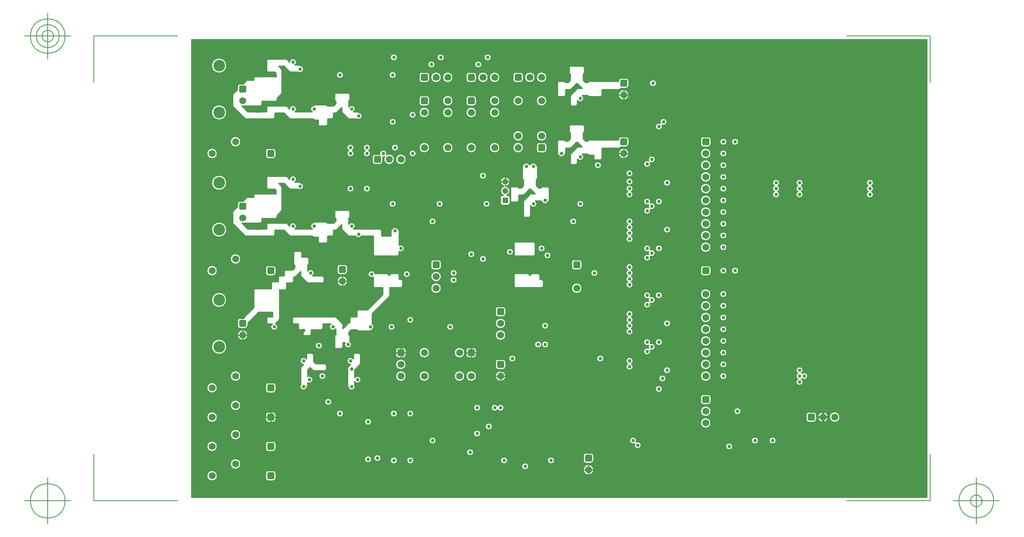
<source format=gbr>
G04 Generated by Ultiboard 12.0 *
%FSLAX25Y25*%
%MOIN*%

%ADD10C,0.00001*%
%ADD11C,0.01000*%
%ADD12C,0.00500*%
%ADD13C,0.18000*%
%ADD14C,0.03000*%
%ADD15C,0.05937*%
%ADD16R,0.03937X0.03937*%
%ADD17C,0.02000*%
%ADD18C,0.09874*%
%ADD19C,0.05150*%
%ADD20R,0.05150X0.05150*%


G04 ColorRGB CCCCCC for the following layer *
%LNCopper2_InnerTop*%
%LPD*%
G54D10*
G36*
X628414Y392194D02*
X628414Y392194D01*
X1507Y392194D01*
X1507Y1507D01*
X628414Y1507D01*
X628414Y392194D01*
D02*
G37*
%LPC*%
G36*
X169566Y376446D02*
G75*
D01*
G02X169566Y376446I-2566J1554*
G01*
D02*
G37*
G36*
X176948Y376446D02*
G75*
D01*
G02X176948Y376446I-2948J554*
G01*
D02*
G37*
G36*
X135566Y376446D02*
G75*
D01*
G02X135566Y376446I-2566J1554*
G01*
D02*
G37*
G36*
X256948Y376446D02*
G75*
D01*
G02X256948Y376446I-2948J554*
G01*
D02*
G37*
G36*
X216948Y376446D02*
G75*
D01*
G02X216948Y376446I-2948J554*
G01*
D02*
G37*
G36*
X436727Y281957D02*
G75*
D01*
G02X436727Y281957I3273J3043*
G01*
D02*
G37*
G36*
X376446Y275371D02*
G75*
D01*
G02X376446Y275371I-1446J2629*
G01*
D02*
G37*
G36*
X376446Y268371D02*
G75*
D01*
G02X376446Y268371I-1446J2629*
G01*
D02*
G37*
G36*
X373342Y262500D02*
G75*
D01*
G02X376658Y262500I1658J2499*
G01*
G75*
D01*
G02X373342Y262500I-1658J-2499*
G01*
D02*
G37*
G36*
X373342Y224500D02*
G75*
D01*
G02X373342Y229500I1657J2500*
G01*
G75*
D01*
G02X373342Y234500I1657J2500*
G01*
G75*
D01*
G02X376658Y234500I1658J2499*
G01*
G75*
D01*
G02X376658Y229500I-1657J-2500*
G01*
G75*
D01*
G02X376658Y224500I-1657J-2500*
G01*
G75*
D01*
G02X373342Y224500I-1658J-2499*
G01*
D02*
G37*
G36*
X453296Y187469D02*
G75*
D01*
G02X453296Y187469I1704J-2469*
G01*
D02*
G37*
G36*
X436276Y187469D02*
G75*
D01*
G02X436276Y187469I3724J-2469*
G01*
D02*
G37*
G36*
X405389Y187469D02*
G75*
D01*
G02X405389Y187469I1611J2531*
G01*
D02*
G37*
G36*
X373342Y185500D02*
G75*
D01*
G02X373342Y190500I1657J2500*
G01*
G75*
D01*
G02X373342Y195500I1657J2500*
G01*
G75*
D01*
G02X376658Y195500I1658J2499*
G01*
G75*
D01*
G02X376658Y190500I-1657J-2500*
G01*
G75*
D01*
G02X376658Y185500I-1657J-2500*
G01*
G75*
D01*
G02X373342Y185500I-1658J-2499*
G01*
D02*
G37*
G36*
X373342Y145500D02*
G75*
D01*
G02X373342Y150500I1657J2500*
G01*
G75*
D01*
G02X373342Y155500I1657J2500*
G01*
G75*
D01*
G02X376658Y155500I1658J2499*
G01*
G75*
D01*
G02X376658Y150500I-1657J-2500*
G01*
G75*
D01*
G02X376658Y145500I-1657J-2500*
G01*
G75*
D01*
G02X373342Y145500I-1658J-2499*
G01*
D02*
G37*
G36*
X373342Y115500D02*
G75*
D01*
G02X376658Y115500I1658J2499*
G01*
G75*
D01*
G02X373342Y115500I-1658J-2499*
G01*
D02*
G37*
G36*
X402822Y92981D02*
G75*
D01*
G02X402822Y92981I-2822J1019*
G01*
D02*
G37*
G36*
X73481Y93031D02*
G75*
D01*
G02X70969Y90519I-2512J0*
G01*
X70969Y90519D01*
X67031Y90519D01*
G75*
D01*
G02X64519Y93031I0J2512*
G01*
X64519Y93031D01*
X64519Y96969D01*
G75*
D01*
G02X67031Y99481I2512J0*
G01*
X67031Y99481D01*
X70969Y99481D01*
G74*
D01*
G02X73481Y96969I0J2512*
G01*
X73481Y96969D01*
X73481Y93031D01*
D02*
G37*
G36*
X22986Y92981D02*
G75*
D01*
G02X22986Y92981I-3986J2019*
G01*
D02*
G37*
G36*
X94134Y369997D02*
G75*
D01*
G02X92357Y364490I-137J-2996*
G01*
X92357Y364490D01*
X86000Y364490D01*
G75*
D01*
G02X85563Y364555I1J1510*
G01*
G74*
D01*
G02X84932Y364932I435J1445*
G01*
X84932Y364932D01*
X80375Y369490D01*
X75645Y369490D01*
X78066Y367070D01*
G74*
D01*
G02X78510Y366000I1066J1069*
G01*
X78510Y366000D01*
X78510Y347000D01*
G75*
D01*
G02X78066Y345930I-1510J-1*
G01*
X78066Y345930D01*
X74510Y342375D01*
X74510Y341000D01*
G75*
D01*
G02X73000Y339490I-1510J0*
G01*
X73000Y339490D01*
X61510Y339490D01*
X61510Y337000D01*
G75*
D01*
G02X60000Y335490I-1510J0*
G01*
X60000Y335490D01*
X45000Y335490D01*
G75*
D01*
G02X44587Y335548I1J1510*
G01*
X44587Y335548D01*
X49625Y330510D01*
X65490Y330510D01*
X65490Y334000D01*
G75*
D01*
G02X67000Y335510I1510J0*
G01*
X67000Y335510D01*
X82000Y335510D01*
G74*
D01*
G02X83070Y335066I1J1510*
G01*
X83070Y335066D01*
X85003Y333132D01*
G75*
D01*
G02X89673Y330510I2996J-134*
G01*
X89673Y330510D01*
X104327Y330510D01*
G75*
D01*
G02X105866Y335997I1670J2491*
G01*
G75*
D01*
G02X107000Y336510I1134J-996*
G01*
X107000Y336510D01*
X116000Y336510D01*
G74*
D01*
G02X117421Y335510I0J1510*
G01*
X117421Y335510D01*
X122375Y335510D01*
X124490Y337625D01*
X124490Y339579D01*
G75*
D01*
G02X123490Y341000I509J1421*
G01*
X123490Y341000D01*
X123490Y345000D01*
G75*
D01*
G02X125000Y346510I1510J0*
G01*
X125000Y346510D01*
X135000Y346510D01*
G74*
D01*
G02X136510Y345000I0J1510*
G01*
X136510Y345000D01*
X136510Y341000D01*
G75*
D01*
G02X135510Y339579I-1510J0*
G01*
X135510Y339579D01*
X135510Y334673D01*
G75*
D01*
G02X139673Y330510I2487J-1676*
G01*
X139673Y330510D01*
X143000Y330510D01*
G74*
D01*
G02X144134Y329997I0J1510*
G01*
G75*
D01*
G02X142357Y324490I-137J-2996*
G01*
X142357Y324490D01*
X136000Y324490D01*
G75*
D01*
G02X135563Y324555I1J1510*
G01*
G74*
D01*
G02X134932Y324932I435J1445*
G01*
X134932Y324932D01*
X129932Y329932D01*
G75*
D01*
G02X129490Y331004I1068J1067*
G01*
X129490Y331004D01*
X129490Y334355D01*
X125070Y329934D01*
G74*
D01*
G02X124318Y329524I1069J1066*
G01*
G75*
D01*
G02X123998Y329490I-319J1475*
G01*
X123998Y329490D01*
X122510Y329490D01*
X122510Y326000D01*
G75*
D01*
G02X121000Y324490I-1510J0*
G01*
X121000Y324490D01*
X117510Y324490D01*
X117510Y320000D01*
G75*
D01*
G02X116000Y318490I-1510J0*
G01*
X116000Y318490D01*
X111000Y318490D01*
G75*
D01*
G02X109490Y320000I0J1510*
G01*
X109490Y320000D01*
X109490Y323490D01*
X107000Y323490D01*
G75*
D01*
G02X105579Y324490I0J1510*
G01*
X105579Y324490D01*
X86000Y324490D01*
G75*
D01*
G02X85563Y324555I1J1510*
G01*
G74*
D01*
G02X84932Y324932I435J1445*
G01*
X84932Y324932D01*
X80375Y329490D01*
X72510Y329490D01*
X72510Y326000D01*
G75*
D01*
G02X71000Y324490I-1510J0*
G01*
X71000Y324490D01*
X48000Y324490D01*
G75*
D01*
G02X47795Y324504I0J1510*
G01*
G74*
D01*
G02X46932Y324932I204J1495*
G01*
X46932Y324932D01*
X36932Y334932D01*
G75*
D01*
G02X36490Y336004I1068J1067*
G01*
X36490Y336004D01*
X36490Y344997D01*
G75*
D01*
G02X36932Y346068I1510J4*
G01*
X36932Y346068D01*
X40519Y349655D01*
X40519Y351969D01*
G75*
D01*
G02X43031Y354481I2512J0*
G01*
X43031Y354481D01*
X45345Y354481D01*
X47932Y357068D01*
G75*
D01*
G02X49002Y357510I1067J-1068*
G01*
X49002Y357510D01*
X54490Y357510D01*
X54490Y359000D01*
G75*
D01*
G02X56000Y360510I1510J0*
G01*
X56000Y360510D01*
X73000Y360510D01*
G74*
D01*
G02X73490Y360428I1J1510*
G01*
X73490Y360428D01*
X73490Y363375D01*
X72375Y364490D01*
X67000Y364490D01*
G75*
D01*
G02X65490Y366000I0J1510*
G01*
X65490Y366000D01*
X65490Y374000D01*
G75*
D01*
G02X67000Y375510I1510J0*
G01*
X67000Y375510D01*
X82000Y375510D01*
G74*
D01*
G02X83070Y375066I1J1510*
G01*
X83070Y375066D01*
X85003Y373132D01*
G75*
D01*
G02X89673Y370510I2996J-134*
G01*
X89673Y370510D01*
X93000Y370510D01*
G74*
D01*
G02X94134Y369997I0J1510*
G01*
D02*
G37*
G36*
X281957Y56726D02*
G75*
D01*
G02X281957Y56726I-1957J2274*
G01*
D02*
G37*
G36*
X349662Y92981D02*
G75*
D01*
G02X349662Y92981I338J-2981*
G01*
D02*
G37*
G36*
X379293Y47293D02*
G75*
D01*
G02X380707Y48707I-1292J2706*
G01*
G75*
D01*
G02X379293Y47293I1292J-2706*
G01*
D02*
G37*
G36*
X94134Y269997D02*
G75*
D01*
G02X92357Y264490I-137J-2996*
G01*
X92357Y264490D01*
X86000Y264490D01*
G75*
D01*
G02X85563Y264555I1J1510*
G01*
G74*
D01*
G02X84932Y264932I435J1445*
G01*
X84932Y264932D01*
X80375Y269490D01*
X75645Y269490D01*
X78066Y267070D01*
G74*
D01*
G02X78510Y266000I1066J1069*
G01*
X78510Y266000D01*
X78510Y247000D01*
G75*
D01*
G02X78066Y245930I-1510J-1*
G01*
X78066Y245930D01*
X74510Y242375D01*
X74510Y241000D01*
G75*
D01*
G02X73000Y239490I-1510J0*
G01*
X73000Y239490D01*
X61510Y239490D01*
X61510Y237000D01*
G75*
D01*
G02X60000Y235490I-1510J0*
G01*
X60000Y235490D01*
X45000Y235490D01*
G75*
D01*
G02X44587Y235548I1J1510*
G01*
X44587Y235548D01*
X49625Y230510D01*
X65490Y230510D01*
X65490Y234000D01*
G75*
D01*
G02X67000Y235510I1510J0*
G01*
X67000Y235510D01*
X82000Y235510D01*
G74*
D01*
G02X83070Y235066I1J1510*
G01*
X83070Y235066D01*
X85003Y233132D01*
G75*
D01*
G02X89673Y230510I2996J-134*
G01*
X89673Y230510D01*
X104327Y230510D01*
G75*
D01*
G02X104652Y235680I1671J2490*
G01*
G75*
D01*
G02X106000Y236510I1348J-679*
G01*
X106000Y236510D01*
X116000Y236510D01*
G74*
D01*
G02X117421Y235510I0J1510*
G01*
X117421Y235510D01*
X122375Y235510D01*
X124490Y237625D01*
X124490Y239579D01*
G75*
D01*
G02X123490Y241000I509J1421*
G01*
X123490Y241000D01*
X123490Y245000D01*
G75*
D01*
G02X125000Y246510I1510J0*
G01*
X125000Y246510D01*
X135000Y246510D01*
G74*
D01*
G02X136510Y245000I0J1510*
G01*
X136510Y245000D01*
X136510Y241000D01*
G75*
D01*
G02X135510Y239579I-1510J0*
G01*
X135510Y239579D01*
X135510Y234673D01*
G75*
D01*
G02X139673Y230510I2487J-1676*
G01*
X139673Y230510D01*
X162000Y230510D01*
G74*
D01*
G02X163510Y229000I0J1510*
G01*
X163510Y229000D01*
X163510Y224510D01*
X171490Y224510D01*
X171490Y229000D01*
G74*
D01*
G02X172320Y230348I1510J0*
G01*
G75*
D01*
G02X177680Y230348I2680J-1346*
G01*
G74*
D01*
G02X178510Y229000I679J1348*
G01*
X178510Y229000D01*
X178510Y216604D01*
G75*
D01*
G02X178510Y211396I1490J-2604*
G01*
X178510Y211396D01*
X178510Y209000D01*
G75*
D01*
G02X177000Y207490I-1510J0*
G01*
X177000Y207490D01*
X158000Y207490D01*
G75*
D01*
G02X156490Y209000I0J1510*
G01*
X156490Y209000D01*
X156490Y224490D01*
X146592Y224490D01*
G75*
D01*
G02X141408Y224490I-2592J1508*
G01*
X141408Y224490D01*
X136000Y224490D01*
G75*
D01*
G02X135563Y224555I1J1510*
G01*
G74*
D01*
G02X134932Y224932I435J1445*
G01*
X134932Y224932D01*
X129932Y229932D01*
G75*
D01*
G02X129490Y231004I1068J1067*
G01*
X129490Y231004D01*
X129490Y234355D01*
X125070Y229934D01*
G74*
D01*
G02X124318Y229524I1069J1066*
G01*
G75*
D01*
G02X123998Y229490I-319J1475*
G01*
X123998Y229490D01*
X122510Y229490D01*
X122510Y226000D01*
G75*
D01*
G02X121000Y224490I-1510J0*
G01*
X121000Y224490D01*
X117510Y224490D01*
X117510Y220000D01*
G75*
D01*
G02X116000Y218490I-1510J0*
G01*
X116000Y218490D01*
X111000Y218490D01*
G75*
D01*
G02X109490Y220000I0J1510*
G01*
X109490Y220000D01*
X109490Y223490D01*
X106000Y223490D01*
G75*
D01*
G02X104579Y224490I0J1510*
G01*
X104579Y224490D01*
X86000Y224490D01*
G75*
D01*
G02X85563Y224555I1J1510*
G01*
G74*
D01*
G02X84932Y224932I435J1445*
G01*
X84932Y224932D01*
X80375Y229490D01*
X72510Y229490D01*
X72510Y226000D01*
G75*
D01*
G02X71000Y224490I-1510J0*
G01*
X71000Y224490D01*
X48000Y224490D01*
G75*
D01*
G02X47795Y224504I0J1510*
G01*
G74*
D01*
G02X46932Y224932I204J1495*
G01*
X46932Y224932D01*
X36932Y234932D01*
G75*
D01*
G02X36490Y236004I1068J1067*
G01*
X36490Y236004D01*
X36490Y244997D01*
G75*
D01*
G02X36932Y246068I1510J4*
G01*
X36932Y246068D01*
X40519Y249655D01*
X40519Y251969D01*
G75*
D01*
G02X43031Y254481I2512J0*
G01*
X43031Y254481D01*
X45345Y254481D01*
X47932Y257068D01*
G75*
D01*
G02X49002Y257510I1067J-1068*
G01*
X49002Y257510D01*
X54490Y257510D01*
X54490Y259000D01*
G75*
D01*
G02X56000Y260510I1510J0*
G01*
X56000Y260510D01*
X73000Y260510D01*
G74*
D01*
G02X73490Y260428I1J1510*
G01*
X73490Y260428D01*
X73490Y263375D01*
X72375Y264490D01*
X67000Y264490D01*
G75*
D01*
G02X65490Y266000I0J1510*
G01*
X65490Y266000D01*
X65490Y274000D01*
G75*
D01*
G02X67000Y275510I1510J0*
G01*
X67000Y275510D01*
X82000Y275510D01*
G74*
D01*
G02X83070Y275066I1J1510*
G01*
X83070Y275066D01*
X85003Y273132D01*
G75*
D01*
G02X89673Y270510I2996J-134*
G01*
X89673Y270510D01*
X93000Y270510D01*
G74*
D01*
G02X94134Y269997I0J1510*
G01*
D02*
G37*
G36*
X156490Y189396D02*
G75*
D01*
G02X157956Y192509I-1490J2604*
G01*
G75*
D01*
G02X158000Y192510I56J-1508*
G01*
X158000Y192510D01*
X177000Y192510D01*
G74*
D01*
G02X178510Y191000I0J1510*
G01*
X178510Y191000D01*
X178510Y187510D01*
X180000Y187510D01*
G74*
D01*
G02X181510Y186000I0J1510*
G01*
X181510Y186000D01*
X181510Y182000D01*
G75*
D01*
G02X180000Y180490I-1510J0*
G01*
X180000Y180490D01*
X170510Y180490D01*
X170510Y174000D01*
G75*
D01*
G02X170066Y172930I-1510J-1*
G01*
X170066Y172930D01*
X155510Y158375D01*
X155510Y149592D01*
G75*
D01*
G02X155348Y144320I-1508J-2592*
G01*
G74*
D01*
G02X154000Y143490I1348J679*
G01*
X154000Y143490D01*
X144000Y143490D01*
G75*
D01*
G02X142579Y144490I0J1510*
G01*
X142579Y144490D01*
X137625Y144490D01*
X135510Y142375D01*
X135510Y140421D01*
G74*
D01*
G02X136510Y139000I509J1421*
G01*
X136510Y139000D01*
X136510Y135000D01*
G75*
D01*
G02X136461Y134620I-1510J2*
G01*
G75*
D01*
G02X132396Y133490I-1462J-2619*
G01*
X132396Y133490D01*
X130510Y133490D01*
X130510Y130000D01*
G75*
D01*
G02X129000Y128490I-1510J0*
G01*
X129000Y128490D01*
X125000Y128490D01*
G75*
D01*
G02X123490Y130000I0J1510*
G01*
X123490Y130000D01*
X123490Y139000D01*
G74*
D01*
G02X124490Y140421I1510J0*
G01*
X124490Y140421D01*
X124490Y145327D01*
G75*
D01*
G02X120327Y149490I-2487J1676*
G01*
X120327Y149490D01*
X113510Y149490D01*
X113510Y146000D01*
G75*
D01*
G02X112000Y144490I-1510J0*
G01*
X112000Y144490D01*
X103510Y144490D01*
X103510Y141000D01*
G75*
D01*
G02X102000Y139490I-1510J0*
G01*
X102000Y139490D01*
X98000Y139490D01*
G75*
D01*
G02X96490Y141000I0J1510*
G01*
X96490Y141000D01*
X96490Y144490D01*
X94000Y144490D01*
G75*
D01*
G02X92490Y146000I0J1510*
G01*
X92490Y146000D01*
X92490Y149490D01*
X89000Y149490D01*
G75*
D01*
G02X87490Y151000I0J1510*
G01*
X87490Y151000D01*
X87490Y154000D01*
G75*
D01*
G02X89000Y155510I1510J0*
G01*
X89000Y155510D01*
X124000Y155510D01*
G74*
D01*
G02X125070Y155066I1J1510*
G01*
X125070Y155066D01*
X130066Y150070D01*
G74*
D01*
G02X130510Y149000I1066J1069*
G01*
X130510Y149000D01*
X130510Y145645D01*
X134932Y150068D01*
G75*
D01*
G02X136002Y150510I1067J-1068*
G01*
X136002Y150510D01*
X136490Y150510D01*
X136490Y154000D01*
G75*
D01*
G02X138000Y155510I1510J0*
G01*
X138000Y155510D01*
X142490Y155510D01*
X142490Y160000D01*
G75*
D01*
G02X144000Y161510I1510J0*
G01*
X144000Y161510D01*
X151375Y161510D01*
X164490Y174625D01*
X164490Y180490D01*
X158000Y180490D01*
G75*
D01*
G02X156490Y182000I0J1510*
G01*
X156490Y182000D01*
X156490Y189396D01*
D02*
G37*
G36*
X130000Y190469D02*
X130000Y190469D01*
X130000Y187969D01*
X130000Y187969D01*
X130000Y187969D01*
X130000Y190469D01*
G74*
D01*
G02X134469Y186000I0J4469*
G01*
X134469Y186000D01*
X131969Y186000D01*
X131969Y186000D01*
X131969Y186000D01*
X134469Y186000D01*
G74*
D01*
G02X130000Y181531I4469J0*
G01*
X130000Y181531D01*
X130000Y184031D01*
X130000Y184031D01*
X130000Y184031D01*
X130000Y181531D01*
G74*
D01*
G02X125531Y186000I0J4469*
G01*
X125531Y186000D01*
X128031Y186000D01*
X128031Y186000D01*
X128031Y186000D01*
X125531Y186000D01*
G74*
D01*
G02X130000Y190469I4469J0*
G01*
D02*
G37*
G36*
X94490Y191004D02*
X94490Y191004D01*
X94490Y194355D01*
X92981Y192846D01*
X90070Y189934D01*
G74*
D01*
G02X89318Y189524I1069J1066*
G01*
G75*
D01*
G02X88998Y189490I-319J1475*
G01*
X88998Y189490D01*
X88510Y189490D01*
X88510Y186000D01*
G75*
D01*
G02X87000Y184490I-1510J0*
G01*
X87000Y184490D01*
X82510Y184490D01*
X82510Y180000D01*
G75*
D01*
G02X81000Y178490I-1510J0*
G01*
X81000Y178490D01*
X76428Y178490D01*
G74*
D01*
G02X76510Y178000I1427J491*
G01*
X76510Y178000D01*
X76510Y154000D01*
G75*
D01*
G02X76066Y152930I-1510J-1*
G01*
X76066Y152930D01*
X73070Y149934D01*
G74*
D01*
G02X72966Y149840I1063J1072*
G01*
G75*
D01*
G02X70327Y149490I-966J-2839*
G01*
X70327Y149490D01*
X67000Y149490D01*
G75*
D01*
G02X65490Y151000I0J1510*
G01*
X65490Y151000D01*
X65490Y154000D01*
G75*
D01*
G02X67000Y155510I1510J0*
G01*
X67000Y155510D01*
X70375Y155510D01*
X70490Y155625D01*
X70490Y159490D01*
X58625Y159490D01*
X49481Y150345D01*
X49481Y148031D01*
G75*
D01*
G02X46969Y145519I-2512J0*
G01*
X46969Y145519D01*
X43031Y145519D01*
G75*
D01*
G02X40519Y148031I0J2512*
G01*
X40519Y148031D01*
X40519Y151969D01*
G75*
D01*
G02X43031Y154481I2512J0*
G01*
X43031Y154481D01*
X45345Y154481D01*
X54490Y163625D01*
X54490Y178000D01*
G75*
D01*
G02X56000Y179510I1510J0*
G01*
X56000Y179510D01*
X69572Y179510D01*
G75*
D01*
G02X69490Y180000I1427J491*
G01*
X69490Y180000D01*
X69490Y184000D01*
G75*
D01*
G02X71000Y185510I1510J0*
G01*
X71000Y185510D01*
X75490Y185510D01*
X75490Y189000D01*
G75*
D01*
G02X77000Y190510I1510J0*
G01*
X77000Y190510D01*
X80490Y190510D01*
X80490Y194000D01*
G75*
D01*
G02X82000Y195510I1510J0*
G01*
X82000Y195510D01*
X87375Y195510D01*
X89490Y197625D01*
X89490Y199579D01*
G75*
D01*
G02X88490Y201000I509J1421*
G01*
X88490Y201000D01*
X88490Y210000D01*
G75*
D01*
G02X90000Y211510I1510J0*
G01*
X90000Y211510D01*
X94000Y211510D01*
G74*
D01*
G02X95510Y210000I0J1510*
G01*
X95510Y210000D01*
X95510Y206510D01*
X100000Y206510D01*
G74*
D01*
G02X101510Y205000I0J1510*
G01*
X101510Y205000D01*
X101510Y201000D01*
G75*
D01*
G02X100510Y199579I-1510J0*
G01*
X100510Y199579D01*
X100510Y194673D01*
G75*
D01*
G02X104673Y190510I2487J-1676*
G01*
X104673Y190510D01*
X113000Y190510D01*
G74*
D01*
G02X114510Y189000I0J1510*
G01*
X114510Y189000D01*
X114510Y186000D01*
G75*
D01*
G02X113000Y184490I-1510J0*
G01*
X113000Y184490D01*
X101000Y184490D01*
G75*
D01*
G02X100563Y184555I1J1510*
G01*
G74*
D01*
G02X99932Y184932I435J1445*
G01*
X99932Y184932D01*
X97396Y187469D01*
X94932Y189932D01*
G75*
D01*
G02X94490Y191004I1068J1067*
G01*
D02*
G37*
G36*
X187469Y70047D02*
G75*
D01*
G02X187469Y70047I531J2953*
G01*
D02*
G37*
G36*
X187469Y30047D02*
G75*
D01*
G02X187469Y30047I531J2953*
G01*
D02*
G37*
G36*
X187469Y83389D02*
G75*
D01*
G02X187469Y83389I2531J1611*
G01*
D02*
G37*
G36*
X547000Y281957D02*
G75*
D01*
G02X547000Y281957I-3000J43*
G01*
D02*
G37*
G36*
X539000Y281957D02*
G75*
D01*
G02X539000Y281957I-3000J43*
G01*
D02*
G37*
G36*
X281957Y314017D02*
G75*
D01*
G02X281957Y314017I-1957J-4017*
G01*
D02*
G37*
G36*
X281957Y344017D02*
G75*
D01*
G02X281957Y344017I-1957J-4017*
G01*
D02*
G37*
G36*
X278031Y364481D02*
X278031Y364481D01*
X281969Y364481D01*
G74*
D01*
G02X284481Y361969I0J2512*
G01*
X284481Y361969D01*
X284481Y358031D01*
G75*
D01*
G02X281969Y355519I-2512J0*
G01*
X281969Y355519D01*
X278031Y355519D01*
G75*
D01*
G02X275519Y358031I0J2512*
G01*
X275519Y358031D01*
X275519Y361969D01*
G75*
D01*
G02X278031Y364481I2512J0*
G01*
D02*
G37*
G36*
X281957Y304017D02*
G75*
D01*
G02X281957Y304017I-1957J-4017*
G01*
D02*
G37*
G36*
X280421Y265510D02*
X280421Y265510D01*
X282375Y265510D01*
X284490Y267625D01*
X284490Y272579D01*
G75*
D01*
G02X283490Y274000I509J1421*
G01*
X283490Y274000D01*
X283490Y284000D01*
G74*
D01*
G02X284320Y285348I1510J0*
G01*
G75*
D01*
G02X289592Y285510I2680J-1346*
G01*
X289592Y285510D01*
X290408Y285510D01*
G75*
D01*
G02X295680Y285348I2592J-1508*
G01*
G74*
D01*
G02X296510Y284000I679J1348*
G01*
X296510Y284000D01*
X296510Y274000D01*
G75*
D01*
G02X295510Y272579I-1510J0*
G01*
X295510Y272579D01*
X295510Y267625D01*
X297625Y265510D01*
X299579Y265510D01*
G75*
D01*
G02X301000Y266510I1421J-509*
G01*
X301000Y266510D01*
X305000Y266510D01*
G74*
D01*
G02X306510Y265000I0J1510*
G01*
X306510Y265000D01*
X306510Y255000D01*
G75*
D01*
G02X305680Y253652I-1510J0*
G01*
G75*
D01*
G02X300320Y253652I-2680J1346*
G01*
G74*
D01*
G02X299579Y254490I679J1347*
G01*
X299579Y254490D01*
X294673Y254490D01*
G75*
D01*
G02X290510Y250327I-1676J-2487*
G01*
X290510Y250327D01*
X290510Y242000D01*
G75*
D01*
G02X289000Y240490I-1510J0*
G01*
X289000Y240490D01*
X286000Y240490D01*
G75*
D01*
G02X284490Y242000I0J1510*
G01*
X284490Y242000D01*
X284490Y253997D01*
G75*
D01*
G02X284932Y255068I1510J4*
G01*
X284932Y255068D01*
X289932Y260068D01*
G75*
D01*
G02X291002Y260510I1067J-1068*
G01*
X291002Y260510D01*
X294355Y260510D01*
X290375Y264490D01*
X289625Y264490D01*
X285070Y259934D01*
G74*
D01*
G02X284318Y259524I1069J1066*
G01*
G75*
D01*
G02X283998Y259490I-319J1475*
G01*
X283998Y259490D01*
X280510Y259490D01*
X280510Y255000D01*
G75*
D01*
G02X279000Y253490I-1510J0*
G01*
X279000Y253490D01*
X275000Y253490D01*
G75*
D01*
G02X273490Y255000I0J1510*
G01*
X273490Y255000D01*
X273490Y265000D01*
G75*
D01*
G02X275000Y266510I1510J0*
G01*
X275000Y266510D01*
X279000Y266510D01*
G74*
D01*
G02X280421Y265510I0J1510*
G01*
D02*
G37*
G36*
X187469Y302616D02*
G75*
D01*
G02X187469Y302616I-1469J-2616*
G01*
D02*
G37*
G36*
X187469Y329611D02*
G75*
D01*
G02X187469Y329611I2531J-1611*
G01*
D02*
G37*
G36*
X187469Y296611D02*
G75*
D01*
G02X187469Y296611I2531J-1611*
G01*
D02*
G37*
G36*
X326317Y187469D02*
G75*
D01*
G02X326317Y187469I3683J2531*
G01*
D02*
G37*
G36*
X278000Y192510D02*
X278000Y192510D01*
X297000Y192510D01*
G74*
D01*
G02X298510Y191000I0J1510*
G01*
X298510Y191000D01*
X298510Y187510D01*
X300000Y187510D01*
G74*
D01*
G02X301510Y186000I0J1510*
G01*
X301510Y186000D01*
X301510Y182000D01*
G75*
D01*
G02X300000Y180490I-1510J0*
G01*
X300000Y180490D01*
X278000Y180490D01*
G75*
D01*
G02X276490Y182000I0J1510*
G01*
X276490Y182000D01*
X276490Y191000D01*
G75*
D01*
G02X278000Y192510I1510J0*
G01*
D02*
G37*
G36*
X278000Y219510D02*
X278000Y219510D01*
X293000Y219510D01*
G74*
D01*
G02X294510Y218000I0J1510*
G01*
X294510Y218000D01*
X294510Y209000D01*
G75*
D01*
G02X293000Y207490I-1510J0*
G01*
X293000Y207490D01*
X278000Y207490D01*
G75*
D01*
G02X276490Y209000I0J1510*
G01*
X276490Y209000D01*
X276490Y218000D01*
G75*
D01*
G02X278000Y219510I1510J0*
G01*
D02*
G37*
G36*
X342037Y187469D02*
G75*
D01*
G02X342037Y187469I2963J-469*
G01*
D02*
G37*
G36*
X227963Y187469D02*
G75*
D01*
G02X227963Y187469I-2963J-469*
G01*
D02*
G37*
G36*
X213683Y187469D02*
G75*
D01*
G02X213683Y187469I-3683J2531*
G01*
D02*
G37*
G36*
X187469Y190296D02*
G75*
D01*
G02X187469Y190296I-2469J1704*
G01*
D02*
G37*
G36*
X187469Y140953D02*
G75*
D01*
G02X187469Y140953I531J-2953*
G01*
D02*
G37*
G36*
X187469Y150047D02*
G75*
D01*
G02X187469Y150047I531J2953*
G01*
D02*
G37*
G36*
X578342Y267500D02*
G75*
D01*
G02X581658Y267500I1658J2499*
G01*
G75*
D01*
G02X581658Y262500I-1657J-2500*
G01*
G75*
D01*
G02X578342Y262500I-1658J-2499*
G01*
G75*
D01*
G02X578342Y267500I1657J2500*
G01*
D02*
G37*
G36*
X14531Y20000D02*
G75*
D01*
G02X14531Y20000I4469J0*
G01*
D02*
G37*
G36*
X67031Y15519D02*
G75*
D01*
G02X64519Y18031I0J2512*
G01*
X64519Y18031D01*
X64519Y21969D01*
G75*
D01*
G02X67031Y24481I2512J0*
G01*
X67031Y24481D01*
X70969Y24481D01*
G74*
D01*
G02X73481Y21969I0J2512*
G01*
X73481Y21969D01*
X73481Y18031D01*
G75*
D01*
G02X70969Y15519I-2512J0*
G01*
X70969Y15519D01*
X67031Y15519D01*
D02*
G37*
G36*
X34531Y30000D02*
G75*
D01*
G02X34531Y30000I4469J0*
G01*
D02*
G37*
G36*
X14531Y45000D02*
G75*
D01*
G02X14531Y45000I4469J0*
G01*
D02*
G37*
G36*
X67031Y40519D02*
G75*
D01*
G02X64519Y43031I0J2512*
G01*
X64519Y43031D01*
X64519Y46969D01*
G75*
D01*
G02X67031Y49481I2512J0*
G01*
X67031Y49481D01*
X70969Y49481D01*
G74*
D01*
G02X73481Y46969I0J2512*
G01*
X73481Y46969D01*
X73481Y43031D01*
G75*
D01*
G02X70969Y40519I-2512J0*
G01*
X70969Y40519D01*
X67031Y40519D01*
D02*
G37*
G36*
X34531Y55000D02*
G75*
D01*
G02X34531Y55000I4469J0*
G01*
D02*
G37*
G36*
X14531Y70000D02*
G75*
D01*
G02X14531Y70000I4469J0*
G01*
D02*
G37*
G36*
X69000Y68031D02*
X69000Y68031D01*
X69000Y68031D01*
X69000Y65519D01*
X67031Y65519D01*
G75*
D01*
G02X64519Y68031I0J2512*
G01*
X64519Y68031D01*
X64519Y70000D01*
X67031Y70000D01*
X67031Y70000D01*
X67031Y70000D01*
X64519Y70000D01*
X64519Y71969D01*
G75*
D01*
G02X67031Y74481I2512J0*
G01*
X67031Y74481D01*
X69000Y74481D01*
X69000Y71969D01*
X69000Y71969D01*
X69000Y71969D01*
X69000Y74481D01*
X70969Y74481D01*
G74*
D01*
G02X73481Y71969I0J2512*
G01*
X73481Y71969D01*
X73481Y70000D01*
X70969Y70000D01*
X70969Y70000D01*
X70969Y70000D01*
X73481Y70000D01*
X73481Y68031D01*
G75*
D01*
G02X70969Y65519I-2512J0*
G01*
X70969Y65519D01*
X69000Y65519D01*
X69000Y68031D01*
D02*
G37*
G36*
X34531Y80000D02*
G75*
D01*
G02X34531Y80000I4469J0*
G01*
D02*
G37*
G36*
X545531Y70000D02*
G75*
D01*
G02X545531Y70000I4469J0*
G01*
D02*
G37*
G36*
X479000Y50000D02*
G75*
D01*
G02X479000Y50000I3000J0*
G01*
D02*
G37*
G36*
X494000Y50000D02*
G75*
D01*
G02X494000Y50000I3000J0*
G01*
D02*
G37*
G36*
X528031Y65519D02*
G75*
D01*
G02X525519Y68031I0J2512*
G01*
X525519Y68031D01*
X525519Y71969D01*
G75*
D01*
G02X528031Y74481I2512J0*
G01*
X528031Y74481D01*
X531969Y74481D01*
G74*
D01*
G02X534481Y71969I0J2512*
G01*
X534481Y71969D01*
X534481Y68031D01*
G75*
D01*
G02X531969Y65519I-2512J0*
G01*
X531969Y65519D01*
X528031Y65519D01*
D02*
G37*
G36*
X541904Y70500D02*
G75*
D01*
G02X541904Y69500I-1903J-500*
G01*
X541904Y69500D01*
X544440Y69500D01*
G74*
D01*
G02X540500Y65560I4440J500*
G01*
X540500Y65560D01*
X540500Y68096D01*
G75*
D01*
G02X539500Y68096I-500J1903*
G01*
X539500Y68096D01*
X539500Y65560D01*
G74*
D01*
G02X535560Y69500I500J4440*
G01*
X535560Y69500D01*
X538096Y69500D01*
G75*
D01*
G02X538096Y70500I1903J500*
G01*
X538096Y70500D01*
X535560Y70500D01*
G74*
D01*
G02X539500Y74440I4440J500*
G01*
X539500Y74440D01*
X539500Y71904D01*
G75*
D01*
G02X540500Y71904I500J-1903*
G01*
X540500Y71904D01*
X540500Y74440D01*
G74*
D01*
G02X544440Y70500I500J4440*
G01*
X544440Y70500D01*
X541904Y70500D01*
D02*
G37*
G36*
X14531Y295000D02*
G75*
D01*
G02X14531Y295000I4469J0*
G01*
D02*
G37*
G36*
X67031Y290519D02*
G75*
D01*
G02X64519Y293031I0J2512*
G01*
X64519Y293031D01*
X64519Y296969D01*
G75*
D01*
G02X67031Y299481I2512J0*
G01*
X67031Y299481D01*
X70969Y299481D01*
G74*
D01*
G02X73481Y296969I0J2512*
G01*
X73481Y296969D01*
X73481Y293031D01*
G75*
D01*
G02X70969Y290519I-2512J0*
G01*
X70969Y290519D01*
X67031Y290519D01*
D02*
G37*
G36*
X34531Y305000D02*
G75*
D01*
G02X34531Y305000I4469J0*
G01*
D02*
G37*
G36*
X18563Y330000D02*
G75*
D01*
G02X18563Y330000I6437J0*
G01*
D02*
G37*
G36*
X18563Y370000D02*
G75*
D01*
G02X18563Y370000I6437J0*
G01*
D02*
G37*
G36*
X341969Y25000D02*
X341969Y25000D01*
X341969Y25000D01*
X344469Y25000D01*
G74*
D01*
G02X340000Y20531I4469J0*
G01*
X340000Y20531D01*
X340000Y23031D01*
X340000Y23031D01*
X340000Y23031D01*
X340000Y20531D01*
G74*
D01*
G02X335531Y25000I0J4469*
G01*
X335531Y25000D01*
X338031Y25000D01*
X338031Y25000D01*
X338031Y25000D01*
X335531Y25000D01*
G74*
D01*
G02X340000Y29469I4469J0*
G01*
X340000Y29469D01*
X340000Y26969D01*
X340000Y26969D01*
X340000Y26969D01*
X340000Y29469D01*
G74*
D01*
G02X344469Y25000I0J4469*
G01*
X344469Y25000D01*
X341969Y25000D01*
D02*
G37*
G36*
X283000Y28000D02*
G75*
D01*
G02X283000Y28000I3000J0*
G01*
D02*
G37*
G36*
X305000Y33000D02*
G75*
D01*
G02X305000Y33000I3000J0*
G01*
D02*
G37*
G36*
X335519Y36969D02*
G75*
D01*
G02X338031Y39481I2512J0*
G01*
X338031Y39481D01*
X341969Y39481D01*
G74*
D01*
G02X344481Y36969I0J2512*
G01*
X344481Y36969D01*
X344481Y33031D01*
G75*
D01*
G02X341969Y30519I-2512J0*
G01*
X341969Y30519D01*
X338031Y30519D01*
G75*
D01*
G02X335519Y33031I0J2512*
G01*
X335519Y33031D01*
X335519Y36969D01*
D02*
G37*
G36*
X457000Y45000D02*
G75*
D01*
G02X457000Y45000I3000J0*
G01*
D02*
G37*
G36*
X435531Y65000D02*
G75*
D01*
G02X435531Y65000I4469J0*
G01*
D02*
G37*
G36*
X435531Y75000D02*
G75*
D01*
G02X435531Y75000I4469J0*
G01*
D02*
G37*
G36*
X464000Y75000D02*
G75*
D01*
G02X464000Y75000I3000J0*
G01*
D02*
G37*
G36*
X435519Y86969D02*
G75*
D01*
G02X438031Y89481I2512J0*
G01*
X438031Y89481D01*
X441969Y89481D01*
G74*
D01*
G02X444481Y86969I0J2512*
G01*
X444481Y86969D01*
X444481Y83031D01*
G75*
D01*
G02X441969Y80519I-2512J0*
G01*
X441969Y80519D01*
X438031Y80519D01*
G75*
D01*
G02X435519Y83031I0J2512*
G01*
X435519Y83031D01*
X435519Y86969D01*
D02*
G37*
G36*
X14531Y195000D02*
G75*
D01*
G02X14531Y195000I4469J0*
G01*
D02*
G37*
G36*
X67031Y190519D02*
G75*
D01*
G02X64519Y193031I0J2512*
G01*
X64519Y193031D01*
X64519Y196969D01*
G75*
D01*
G02X67031Y199481I2512J0*
G01*
X67031Y199481D01*
X70969Y199481D01*
G74*
D01*
G02X73481Y196969I0J2512*
G01*
X73481Y196969D01*
X73481Y193031D01*
G75*
D01*
G02X70969Y190519I-2512J0*
G01*
X70969Y190519D01*
X67031Y190519D01*
D02*
G37*
G36*
X34531Y205000D02*
G75*
D01*
G02X34531Y205000I4469J0*
G01*
D02*
G37*
G36*
X18563Y230000D02*
G75*
D01*
G02X18563Y230000I6437J0*
G01*
D02*
G37*
G36*
X18563Y270000D02*
G75*
D01*
G02X18563Y270000I6437J0*
G01*
D02*
G37*
G36*
X265000Y33000D02*
G75*
D01*
G02X265000Y33000I3000J0*
G01*
D02*
G37*
G36*
X236000Y40000D02*
G75*
D01*
G02X236000Y40000I3000J0*
G01*
D02*
G37*
G36*
X204000Y50000D02*
G75*
D01*
G02X204000Y50000I3000J0*
G01*
D02*
G37*
G36*
X242000Y56000D02*
G75*
D01*
G02X242000Y56000I3000J0*
G01*
D02*
G37*
G36*
X252000Y62000D02*
G75*
D01*
G02X252000Y62000I3000J0*
G01*
D02*
G37*
G36*
X242000Y78000D02*
G75*
D01*
G02X242000Y78000I3000J0*
G01*
D02*
G37*
G36*
X262500Y79658D02*
G75*
D01*
G02X262500Y76342I2499J-1658*
G01*
G75*
D01*
G02X262500Y79658I-2499J1658*
G01*
D02*
G37*
G36*
X34531Y105000D02*
G75*
D01*
G02X34531Y105000I4469J0*
G01*
D02*
G37*
G36*
X18563Y130000D02*
G75*
D01*
G02X18563Y130000I6437J0*
G01*
D02*
G37*
G36*
X46969Y140000D02*
X46969Y140000D01*
X46969Y140000D01*
X49469Y140000D01*
G74*
D01*
G02X45000Y135531I4469J0*
G01*
X45000Y135531D01*
X45000Y138031D01*
X45000Y138031D01*
X45000Y138031D01*
X45000Y135531D01*
G74*
D01*
G02X40531Y140000I0J4469*
G01*
X40531Y140000D01*
X43031Y140000D01*
X43031Y140000D01*
X43031Y140000D01*
X40531Y140000D01*
G74*
D01*
G02X45000Y144469I4469J0*
G01*
X45000Y144469D01*
X45000Y141969D01*
X45000Y141969D01*
X45000Y141969D01*
X45000Y144469D01*
G74*
D01*
G02X49469Y140000I0J4469*
G01*
X49469Y140000D01*
X46969Y140000D01*
D02*
G37*
G36*
X18563Y170000D02*
G75*
D01*
G02X18563Y170000I6437J0*
G01*
D02*
G37*
G36*
X149000Y34000D02*
G75*
D01*
G02X149000Y34000I3000J0*
G01*
D02*
G37*
G36*
X171000Y33000D02*
G75*
D01*
G02X171000Y33000I3000J0*
G01*
D02*
G37*
G36*
X157000Y35000D02*
G75*
D01*
G02X157000Y35000I3000J0*
G01*
D02*
G37*
G36*
X125000Y73000D02*
G75*
D01*
G02X125000Y73000I3000J0*
G01*
D02*
G37*
G36*
X149000Y66000D02*
G75*
D01*
G02X149000Y66000I3000J0*
G01*
D02*
G37*
G36*
X171000Y73000D02*
G75*
D01*
G02X171000Y73000I3000J0*
G01*
D02*
G37*
G36*
X115000Y83000D02*
G75*
D01*
G02X115000Y83000I3000J0*
G01*
D02*
G37*
G36*
X498342Y267500D02*
G75*
D01*
G02X501658Y267500I1658J2499*
G01*
G75*
D01*
G02X501658Y262500I-1657J-2500*
G01*
G75*
D01*
G02X498342Y262500I-1658J-2499*
G01*
G75*
D01*
G02X498342Y267500I1657J2500*
G01*
D02*
G37*
G36*
X518342Y267500D02*
G75*
D01*
G02X521658Y267500I1658J2499*
G01*
G75*
D01*
G02X521658Y262500I-1657J-2500*
G01*
G75*
D01*
G02X518342Y262500I-1658J-2499*
G01*
G75*
D01*
G02X518342Y267500I1657J2500*
G01*
D02*
G37*
G36*
X521658Y102500D02*
G75*
D01*
G02X518342Y102500I-1658J-2499*
G01*
G75*
D01*
G02X518342Y107500I1657J2500*
G01*
G75*
D01*
G02X521658Y107500I1658J2499*
G01*
G74*
D01*
G02X522000Y107236I1657J2500*
G01*
G75*
D01*
G02X522000Y102764I1999J-2236*
G01*
G74*
D01*
G02X521658Y102500I1999J2236*
G01*
D02*
G37*
G36*
X295531Y360000D02*
G75*
D01*
G02X295531Y360000I4469J0*
G01*
D02*
G37*
G36*
X345000Y285000D02*
G75*
D01*
G02X345000Y285000I3000J0*
G01*
D02*
G37*
G36*
X367452Y300587D02*
G74*
D01*
G02X366000Y299490I1452J412*
G01*
X366000Y299490D01*
X351510Y299490D01*
X351510Y291000D01*
G75*
D01*
G02X350000Y289490I-1510J0*
G01*
X350000Y289490D01*
X346000Y289490D01*
G75*
D01*
G02X344490Y291000I0J1510*
G01*
X344490Y291000D01*
X344490Y293490D01*
X341000Y293490D01*
G75*
D01*
G02X339579Y294490I0J1510*
G01*
X339579Y294490D01*
X334673Y294490D01*
G75*
D01*
G02X330510Y290327I-1676J-2487*
G01*
X330510Y290327D01*
X330510Y287000D01*
G75*
D01*
G02X329000Y285490I-1510J0*
G01*
X329000Y285490D01*
X326000Y285490D01*
G75*
D01*
G02X324490Y287000I0J1510*
G01*
X324490Y287000D01*
X324490Y293997D01*
G75*
D01*
G02X324932Y295068I1510J4*
G01*
X324932Y295068D01*
X329932Y300068D01*
G75*
D01*
G02X331002Y300510I1067J-1068*
G01*
X331002Y300510D01*
X334355Y300510D01*
X330375Y304490D01*
X329625Y304490D01*
X325070Y299934D01*
G74*
D01*
G02X324318Y299524I1069J1066*
G01*
G75*
D01*
G02X323998Y299490I-319J1475*
G01*
X323998Y299490D01*
X320510Y299490D01*
X320510Y295000D01*
G75*
D01*
G02X319680Y293652I-1510J0*
G01*
G75*
D01*
G02X314320Y293652I-2680J1346*
G01*
G75*
D01*
G02X313490Y295000I679J1348*
G01*
X313490Y295000D01*
X313490Y305000D01*
G75*
D01*
G02X315000Y306510I1510J0*
G01*
X315000Y306510D01*
X319000Y306510D01*
G74*
D01*
G02X320421Y305510I0J1510*
G01*
X320421Y305510D01*
X322375Y305510D01*
X324490Y307625D01*
X324490Y312579D01*
G75*
D01*
G02X323490Y314000I509J1421*
G01*
X323490Y314000D01*
X323490Y318000D01*
G75*
D01*
G02X325000Y319510I1510J0*
G01*
X325000Y319510D01*
X335000Y319510D01*
G74*
D01*
G02X336510Y318000I0J1510*
G01*
X336510Y318000D01*
X336510Y314000D01*
G75*
D01*
G02X335510Y312579I-1510J0*
G01*
X335510Y312579D01*
X335510Y307625D01*
X337625Y305510D01*
X339579Y305510D01*
G75*
D01*
G02X341000Y306510I1421J-509*
G01*
X341000Y306510D01*
X365519Y306510D01*
X365519Y306969D01*
G75*
D01*
G02X368031Y309481I2512J0*
G01*
X368031Y309481D01*
X371969Y309481D01*
G74*
D01*
G02X374481Y306969I0J2512*
G01*
X374481Y306969D01*
X374481Y303031D01*
G75*
D01*
G02X371969Y300519I-2512J0*
G01*
X371969Y300519D01*
X368031Y300519D01*
G75*
D01*
G02X367452Y300587I2J2512*
G01*
D02*
G37*
G36*
X371969Y295000D02*
X371969Y295000D01*
X371969Y295000D01*
X374469Y295000D01*
G74*
D01*
G02X370000Y290531I4469J0*
G01*
X370000Y290531D01*
X370000Y293031D01*
X370000Y293031D01*
X370000Y293031D01*
X370000Y290531D01*
G74*
D01*
G02X365531Y295000I0J4469*
G01*
X365531Y295000D01*
X368031Y295000D01*
X368031Y295000D01*
X368031Y295000D01*
X365531Y295000D01*
G74*
D01*
G02X370000Y299469I4469J0*
G01*
X370000Y299469D01*
X370000Y296969D01*
X370000Y296969D01*
X370000Y296969D01*
X370000Y299469D01*
G74*
D01*
G02X374469Y295000I0J4469*
G01*
X374469Y295000D01*
X371969Y295000D01*
D02*
G37*
G36*
X304481Y298031D02*
G75*
D01*
G02X301969Y295519I-2512J0*
G01*
X301969Y295519D01*
X298031Y295519D01*
G75*
D01*
G02X295519Y298031I0J2512*
G01*
X295519Y298031D01*
X295519Y301969D01*
G75*
D01*
G02X298031Y304481I2512J0*
G01*
X298031Y304481D01*
X301969Y304481D01*
G74*
D01*
G02X304481Y301969I0J2512*
G01*
X304481Y301969D01*
X304481Y298031D01*
D02*
G37*
G36*
X295531Y310000D02*
G75*
D01*
G02X295531Y310000I4469J0*
G01*
D02*
G37*
G36*
X295531Y340000D02*
G75*
D01*
G02X295531Y340000I4469J0*
G01*
D02*
G37*
G36*
X367452Y350587D02*
G74*
D01*
G02X366000Y349490I1452J412*
G01*
X366000Y349490D01*
X351510Y349490D01*
X351510Y345000D01*
G75*
D01*
G02X350000Y343490I-1510J0*
G01*
X350000Y343490D01*
X341000Y343490D01*
G75*
D01*
G02X339579Y344490I0J1510*
G01*
X339579Y344490D01*
X334673Y344490D01*
G75*
D01*
G02X330510Y340327I-1676J-2487*
G01*
X330510Y340327D01*
X330510Y337000D01*
G75*
D01*
G02X329000Y335490I-1510J0*
G01*
X329000Y335490D01*
X326000Y335490D01*
G75*
D01*
G02X324490Y337000I0J1510*
G01*
X324490Y337000D01*
X324490Y343997D01*
G75*
D01*
G02X324932Y345068I1510J4*
G01*
X324932Y345068D01*
X329932Y350068D01*
G75*
D01*
G02X331002Y350510I1067J-1068*
G01*
X331002Y350510D01*
X334355Y350510D01*
X330375Y354490D01*
X329625Y354490D01*
X325070Y349934D01*
G74*
D01*
G02X324318Y349524I1069J1066*
G01*
G75*
D01*
G02X323998Y349490I-319J1475*
G01*
X323998Y349490D01*
X320510Y349490D01*
X320510Y345000D01*
G75*
D01*
G02X319000Y343490I-1510J0*
G01*
X319000Y343490D01*
X315000Y343490D01*
G75*
D01*
G02X313490Y345000I0J1510*
G01*
X313490Y345000D01*
X313490Y355000D01*
G75*
D01*
G02X315000Y356510I1510J0*
G01*
X315000Y356510D01*
X319000Y356510D01*
G74*
D01*
G02X320421Y355510I0J1510*
G01*
X320421Y355510D01*
X322375Y355510D01*
X324490Y357625D01*
X324490Y362579D01*
G75*
D01*
G02X323490Y364000I509J1421*
G01*
X323490Y364000D01*
X323490Y368000D01*
G75*
D01*
G02X325000Y369510I1510J0*
G01*
X325000Y369510D01*
X335000Y369510D01*
G74*
D01*
G02X336510Y368000I0J1510*
G01*
X336510Y368000D01*
X336510Y364000D01*
G75*
D01*
G02X335510Y362579I-1510J0*
G01*
X335510Y362579D01*
X335510Y357625D01*
X337625Y355510D01*
X339579Y355510D01*
G75*
D01*
G02X341000Y356510I1421J-509*
G01*
X341000Y356510D01*
X365519Y356510D01*
X365519Y356969D01*
G75*
D01*
G02X368031Y359481I2512J0*
G01*
X368031Y359481D01*
X371969Y359481D01*
G74*
D01*
G02X374481Y356969I0J2512*
G01*
X374481Y356969D01*
X374481Y353031D01*
G75*
D01*
G02X371969Y350519I-2512J0*
G01*
X371969Y350519D01*
X368031Y350519D01*
G75*
D01*
G02X367452Y350587I2J2512*
G01*
D02*
G37*
G36*
X371969Y345000D02*
X371969Y345000D01*
X371969Y345000D01*
X374469Y345000D01*
G74*
D01*
G02X370000Y340531I4469J0*
G01*
X370000Y340531D01*
X370000Y343031D01*
X370000Y343031D01*
X370000Y343031D01*
X370000Y340531D01*
G74*
D01*
G02X365531Y345000I0J4469*
G01*
X365531Y345000D01*
X368031Y345000D01*
X368031Y345000D01*
X368031Y345000D01*
X365531Y345000D01*
G74*
D01*
G02X370000Y349469I4469J0*
G01*
X370000Y349469D01*
X370000Y346969D01*
X370000Y346969D01*
X370000Y346969D01*
X370000Y349469D01*
G74*
D01*
G02X374469Y345000I0J4469*
G01*
X374469Y345000D01*
X371969Y345000D01*
D02*
G37*
G36*
X285531Y360000D02*
G75*
D01*
G02X285531Y360000I4469J0*
G01*
D02*
G37*
G36*
X392000Y355000D02*
G75*
D01*
G02X392000Y355000I3000J0*
G01*
D02*
G37*
G36*
X391293Y288707D02*
G75*
D01*
G02X392707Y287293I2706J1292*
G01*
G75*
D01*
G02X391293Y288707I-2706J-1292*
G01*
D02*
G37*
G36*
X452000Y285000D02*
G75*
D01*
G02X452000Y285000I3000J0*
G01*
D02*
G37*
G36*
X435531Y295000D02*
G75*
D01*
G02X435531Y295000I4469J0*
G01*
D02*
G37*
G36*
X452000Y295000D02*
G75*
D01*
G02X452000Y295000I3000J0*
G01*
D02*
G37*
G36*
X435519Y306969D02*
G75*
D01*
G02X438031Y309481I2512J0*
G01*
X438031Y309481D01*
X441969Y309481D01*
G74*
D01*
G02X444481Y306969I0J2512*
G01*
X444481Y306969D01*
X444481Y303031D01*
G75*
D01*
G02X441969Y300519I-2512J0*
G01*
X441969Y300519D01*
X438031Y300519D01*
G75*
D01*
G02X435519Y303031I0J2512*
G01*
X435519Y303031D01*
X435519Y306969D01*
D02*
G37*
G36*
X452000Y305000D02*
G75*
D01*
G02X452000Y305000I3000J0*
G01*
D02*
G37*
G36*
X462000Y305000D02*
G75*
D01*
G02X462000Y305000I3000J0*
G01*
D02*
G37*
G36*
X402707Y319293D02*
G75*
D01*
G02X401293Y320707I-2706J-1292*
G01*
G75*
D01*
G02X402707Y319293I2706J1292*
G01*
D02*
G37*
G36*
X195531Y300000D02*
G75*
D01*
G02X195531Y300000I4469J0*
G01*
D02*
G37*
G36*
X215531Y300000D02*
G75*
D01*
G02X215531Y300000I4469J0*
G01*
D02*
G37*
G36*
X235531Y300000D02*
G75*
D01*
G02X235531Y300000I4469J0*
G01*
D02*
G37*
G36*
X255531Y300000D02*
G75*
D01*
G02X255531Y300000I4469J0*
G01*
D02*
G37*
G36*
X195531Y330000D02*
G75*
D01*
G02X195531Y330000I4469J0*
G01*
D02*
G37*
G36*
X215531Y330000D02*
G75*
D01*
G02X215531Y330000I4469J0*
G01*
D02*
G37*
G36*
X235531Y330000D02*
G75*
D01*
G02X235531Y330000I4469J0*
G01*
D02*
G37*
G36*
X255531Y330000D02*
G75*
D01*
G02X255531Y330000I4469J0*
G01*
D02*
G37*
G36*
X195519Y341969D02*
G75*
D01*
G02X198031Y344481I2512J0*
G01*
X198031Y344481D01*
X201969Y344481D01*
G74*
D01*
G02X204481Y341969I0J2512*
G01*
X204481Y341969D01*
X204481Y338031D01*
G75*
D01*
G02X201969Y335519I-2512J0*
G01*
X201969Y335519D01*
X198031Y335519D01*
G75*
D01*
G02X195519Y338031I0J2512*
G01*
X195519Y338031D01*
X195519Y341969D01*
D02*
G37*
G36*
X215531Y340000D02*
G75*
D01*
G02X215531Y340000I4469J0*
G01*
D02*
G37*
G36*
X235519Y341969D02*
G75*
D01*
G02X238031Y344481I2512J0*
G01*
X238031Y344481D01*
X241969Y344481D01*
G74*
D01*
G02X244481Y341969I0J2512*
G01*
X244481Y341969D01*
X244481Y338031D01*
G75*
D01*
G02X241969Y335519I-2512J0*
G01*
X241969Y335519D01*
X238031Y335519D01*
G75*
D01*
G02X235519Y338031I0J2512*
G01*
X235519Y338031D01*
X235519Y341969D01*
D02*
G37*
G36*
X255531Y340000D02*
G75*
D01*
G02X255531Y340000I4469J0*
G01*
D02*
G37*
G36*
X198031Y355519D02*
G75*
D01*
G02X195519Y358031I0J2512*
G01*
X195519Y358031D01*
X195519Y361969D01*
G75*
D01*
G02X198031Y364481I2512J0*
G01*
X198031Y364481D01*
X201969Y364481D01*
G74*
D01*
G02X204481Y361969I0J2512*
G01*
X204481Y361969D01*
X204481Y358031D01*
G75*
D01*
G02X201969Y355519I-2512J0*
G01*
X201969Y355519D01*
X198031Y355519D01*
D02*
G37*
G36*
X205531Y360000D02*
G75*
D01*
G02X205531Y360000I4469J0*
G01*
D02*
G37*
G36*
X215531Y360000D02*
G75*
D01*
G02X215531Y360000I4469J0*
G01*
D02*
G37*
G36*
X238031Y355519D02*
G75*
D01*
G02X235519Y358031I0J2512*
G01*
X235519Y358031D01*
X235519Y361969D01*
G75*
D01*
G02X238031Y364481I2512J0*
G01*
X238031Y364481D01*
X241969Y364481D01*
G74*
D01*
G02X244481Y361969I0J2512*
G01*
X244481Y361969D01*
X244481Y358031D01*
G75*
D01*
G02X241969Y355519I-2512J0*
G01*
X241969Y355519D01*
X238031Y355519D01*
D02*
G37*
G36*
X245531Y360000D02*
G75*
D01*
G02X245531Y360000I4469J0*
G01*
D02*
G37*
G36*
X255531Y360000D02*
G75*
D01*
G02X255531Y360000I4469J0*
G01*
D02*
G37*
G36*
X203000Y371000D02*
G75*
D01*
G02X203000Y371000I3000J0*
G01*
D02*
G37*
G36*
X243000Y371000D02*
G75*
D01*
G02X243000Y371000I3000J0*
G01*
D02*
G37*
G36*
X325519Y201969D02*
G75*
D01*
G02X328031Y204481I2512J0*
G01*
X328031Y204481D01*
X331969Y204481D01*
G74*
D01*
G02X334481Y201969I0J2512*
G01*
X334481Y201969D01*
X334481Y198031D01*
G75*
D01*
G02X331969Y195519I-2512J0*
G01*
X331969Y195519D01*
X328031Y195519D01*
G75*
D01*
G02X325519Y198031I0J2512*
G01*
X325519Y198031D01*
X325519Y201969D01*
D02*
G37*
G36*
X342000Y193000D02*
G75*
D01*
G02X342000Y193000I3000J0*
G01*
D02*
G37*
G36*
X297000Y214000D02*
G75*
D01*
G02X297000Y214000I3000J0*
G01*
D02*
G37*
G36*
X302000Y208000D02*
G75*
D01*
G02X302000Y208000I3000J0*
G01*
D02*
G37*
G36*
X324000Y237000D02*
G75*
D01*
G02X324000Y237000I3000J0*
G01*
D02*
G37*
G36*
X330000Y252000D02*
G75*
D01*
G02X330000Y252000I3000J0*
G01*
D02*
G37*
G36*
X435519Y196969D02*
G75*
D01*
G02X438031Y199481I2512J0*
G01*
X438031Y199481D01*
X441969Y199481D01*
G74*
D01*
G02X444481Y196969I0J2512*
G01*
X444481Y196969D01*
X444481Y193031D01*
G75*
D01*
G02X441969Y190519I-2512J0*
G01*
X441969Y190519D01*
X438031Y190519D01*
G75*
D01*
G02X435519Y193031I0J2512*
G01*
X435519Y193031D01*
X435519Y196969D01*
D02*
G37*
G36*
X452000Y195000D02*
G75*
D01*
G02X452000Y195000I3000J0*
G01*
D02*
G37*
G36*
X462000Y195000D02*
G75*
D01*
G02X462000Y195000I3000J0*
G01*
D02*
G37*
G36*
X391293Y211293D02*
G75*
D01*
G02X392707Y212707I-1292J2706*
G01*
G75*
D01*
G02X392707Y207293I1291J-2707*
G01*
G75*
D01*
G02X391293Y208707I-2706J-1292*
G01*
G75*
D01*
G02X391293Y211293I2706J1293*
G01*
D02*
G37*
G36*
X397000Y214000D02*
G75*
D01*
G02X397000Y214000I3000J0*
G01*
D02*
G37*
G36*
X435531Y215000D02*
G75*
D01*
G02X435531Y215000I4469J0*
G01*
D02*
G37*
G36*
X452000Y215000D02*
G75*
D01*
G02X452000Y215000I3000J0*
G01*
D02*
G37*
G36*
X404000Y230000D02*
G75*
D01*
G02X404000Y230000I3000J0*
G01*
D02*
G37*
G36*
X435531Y225000D02*
G75*
D01*
G02X435531Y225000I4469J0*
G01*
D02*
G37*
G36*
X452000Y225000D02*
G75*
D01*
G02X452000Y225000I3000J0*
G01*
D02*
G37*
G36*
X435531Y235000D02*
G75*
D01*
G02X435531Y235000I4469J0*
G01*
D02*
G37*
G36*
X452000Y235000D02*
G75*
D01*
G02X452000Y235000I3000J0*
G01*
D02*
G37*
G36*
X391293Y251293D02*
G75*
D01*
G02X392707Y252707I-1292J2706*
G01*
G75*
D01*
G02X392707Y247293I1291J-2707*
G01*
G75*
D01*
G02X391293Y248707I-2706J-1292*
G01*
G75*
D01*
G02X391293Y251293I2706J1293*
G01*
D02*
G37*
G36*
X435531Y245000D02*
G75*
D01*
G02X435531Y245000I4469J0*
G01*
D02*
G37*
G36*
X452000Y245000D02*
G75*
D01*
G02X452000Y245000I3000J0*
G01*
D02*
G37*
G36*
X397000Y254000D02*
G75*
D01*
G02X397000Y254000I3000J0*
G01*
D02*
G37*
G36*
X435531Y255000D02*
G75*
D01*
G02X435531Y255000I4469J0*
G01*
D02*
G37*
G36*
X452000Y255000D02*
G75*
D01*
G02X452000Y255000I3000J0*
G01*
D02*
G37*
G36*
X404000Y270000D02*
G75*
D01*
G02X404000Y270000I3000J0*
G01*
D02*
G37*
G36*
X435531Y265000D02*
G75*
D01*
G02X435531Y265000I4469J0*
G01*
D02*
G37*
G36*
X452000Y265000D02*
G75*
D01*
G02X452000Y265000I3000J0*
G01*
D02*
G37*
G36*
X435531Y275000D02*
G75*
D01*
G02X435531Y275000I4469J0*
G01*
D02*
G37*
G36*
X452000Y275000D02*
G75*
D01*
G02X452000Y275000I3000J0*
G01*
D02*
G37*
G36*
X166120Y292217D02*
G75*
D01*
G02X164479Y292046I-1119J2782*
G01*
G74*
D01*
G02X164481Y291969I2509J104*
G01*
X164481Y291969D01*
X164481Y288031D01*
G75*
D01*
G02X161969Y285519I-2512J0*
G01*
X161969Y285519D01*
X158031Y285519D01*
G75*
D01*
G02X155519Y288031I0J2512*
G01*
X155519Y288031D01*
X155519Y291969D01*
G75*
D01*
G02X158031Y294481I2512J0*
G01*
X158031Y294481D01*
X161969Y294481D01*
G74*
D01*
G02X162046Y294479I27J2512*
G01*
G75*
D01*
G02X167783Y293880I2954J518*
G01*
G75*
D01*
G02X166120Y292217I2216J-3879*
G01*
D02*
G37*
G36*
X175531Y290000D02*
G75*
D01*
G02X175531Y290000I4469J0*
G01*
D02*
G37*
G36*
X138658Y297500D02*
G75*
D01*
G02X135342Y297500I-1658J-2499*
G01*
G75*
D01*
G02X138658Y297500I1658J2499*
G01*
D02*
G37*
G36*
X152658Y297500D02*
G75*
D01*
G02X149342Y297500I-1658J-2499*
G01*
G75*
D01*
G02X152658Y297500I1658J2499*
G01*
D02*
G37*
G36*
X172000Y300000D02*
G75*
D01*
G02X172000Y300000I3000J0*
G01*
D02*
G37*
G36*
X170000Y322000D02*
G75*
D01*
G02X170000Y322000I3000J0*
G01*
D02*
G37*
G36*
X125000Y362000D02*
G75*
D01*
G02X125000Y362000I3000J0*
G01*
D02*
G37*
G36*
X170000Y362000D02*
G75*
D01*
G02X170000Y362000I3000J0*
G01*
D02*
G37*
G36*
X347000Y120000D02*
G75*
D01*
G02X347000Y120000I3000J0*
G01*
D02*
G37*
G36*
X294000Y132000D02*
G75*
D01*
G02X294000Y132000I3000J0*
G01*
D02*
G37*
G36*
X300000Y132000D02*
G75*
D01*
G02X300000Y132000I3000J0*
G01*
D02*
G37*
G36*
X300000Y148000D02*
G75*
D01*
G02X300000Y148000I3000J0*
G01*
D02*
G37*
G36*
X325531Y180000D02*
G75*
D01*
G02X325531Y180000I4469J0*
G01*
D02*
G37*
G36*
X247000Y276000D02*
G75*
D01*
G02X247000Y276000I3000J0*
G01*
D02*
G37*
G36*
X205519Y201969D02*
G75*
D01*
G02X208031Y204481I2512J0*
G01*
X208031Y204481D01*
X211969Y204481D01*
G74*
D01*
G02X214481Y201969I0J2512*
G01*
X214481Y201969D01*
X214481Y198031D01*
G75*
D01*
G02X211969Y195519I-2512J0*
G01*
X211969Y195519D01*
X208031Y195519D01*
G75*
D01*
G02X205519Y198031I0J2512*
G01*
X205519Y198031D01*
X205519Y201969D01*
D02*
G37*
G36*
X222000Y193000D02*
G75*
D01*
G02X222000Y193000I3000J0*
G01*
D02*
G37*
G36*
X247000Y205000D02*
G75*
D01*
G02X247000Y205000I3000J0*
G01*
D02*
G37*
G36*
X237000Y209000D02*
G75*
D01*
G02X237000Y209000I3000J0*
G01*
D02*
G37*
G36*
X270000Y211000D02*
G75*
D01*
G02X270000Y211000I3000J0*
G01*
D02*
G37*
G36*
X204000Y237000D02*
G75*
D01*
G02X204000Y237000I3000J0*
G01*
D02*
G37*
G36*
X210000Y252000D02*
G75*
D01*
G02X210000Y252000I3000J0*
G01*
D02*
G37*
G36*
X250000Y252000D02*
G75*
D01*
G02X250000Y252000I3000J0*
G01*
D02*
G37*
G36*
X270051Y266937D02*
G75*
D01*
G02X270492Y259208I-1048J-3937*
G01*
X270492Y259208D01*
X271575Y259208D01*
G74*
D01*
G02X273082Y257701I0J1507*
G01*
X273082Y257701D01*
X273082Y252551D01*
G75*
D01*
G02X271575Y251044I-1507J0*
G01*
X271575Y251044D01*
X266425Y251044D01*
G75*
D01*
G02X264918Y252551I0J1507*
G01*
X264918Y252551D01*
X264918Y257701D01*
G75*
D01*
G02X266425Y259208I1507J0*
G01*
X266425Y259208D01*
X267508Y259208D01*
G75*
D01*
G02X267949Y266937I1489J3792*
G01*
G74*
D01*
G02X264925Y270874I1050J3936*
G01*
X264925Y270874D01*
X267425Y270874D01*
X267425Y270874D01*
X267425Y270874D01*
X264925Y270874D01*
G74*
D01*
G02X269000Y274949I4075J0*
G01*
X269000Y274949D01*
X269000Y272449D01*
X269000Y272449D01*
X269000Y272449D01*
X269000Y274949D01*
G74*
D01*
G02X273075Y270874I0J4075*
G01*
X273075Y270874D01*
X270575Y270874D01*
X270575Y270874D01*
X270575Y270874D01*
X273075Y270874D01*
G74*
D01*
G02X270051Y266937I4075J0*
G01*
D02*
G37*
G36*
X400000Y103000D02*
G75*
D01*
G02X400000Y103000I3000J0*
G01*
D02*
G37*
G36*
X435531Y105000D02*
G75*
D01*
G02X435531Y105000I4469J0*
G01*
D02*
G37*
G36*
X452000Y105000D02*
G75*
D01*
G02X452000Y105000I3000J0*
G01*
D02*
G37*
G36*
X404000Y110000D02*
G75*
D01*
G02X404000Y110000I3000J0*
G01*
D02*
G37*
G36*
X435531Y115000D02*
G75*
D01*
G02X435531Y115000I4469J0*
G01*
D02*
G37*
G36*
X452000Y115000D02*
G75*
D01*
G02X452000Y115000I3000J0*
G01*
D02*
G37*
G36*
X391293Y131293D02*
G75*
D01*
G02X392707Y132707I-1292J2706*
G01*
G75*
D01*
G02X392707Y127293I1291J-2707*
G01*
G75*
D01*
G02X391293Y128707I-2706J-1292*
G01*
G75*
D01*
G02X391293Y131293I2706J1293*
G01*
D02*
G37*
G36*
X435531Y125000D02*
G75*
D01*
G02X435531Y125000I4469J0*
G01*
D02*
G37*
G36*
X452000Y125000D02*
G75*
D01*
G02X452000Y125000I3000J0*
G01*
D02*
G37*
G36*
X397000Y134000D02*
G75*
D01*
G02X397000Y134000I3000J0*
G01*
D02*
G37*
G36*
X435531Y135000D02*
G75*
D01*
G02X435531Y135000I4469J0*
G01*
D02*
G37*
G36*
X452000Y135000D02*
G75*
D01*
G02X452000Y135000I3000J0*
G01*
D02*
G37*
G36*
X435531Y145000D02*
G75*
D01*
G02X435531Y145000I4469J0*
G01*
D02*
G37*
G36*
X404000Y150000D02*
G75*
D01*
G02X404000Y150000I3000J0*
G01*
D02*
G37*
G36*
X452000Y145000D02*
G75*
D01*
G02X452000Y145000I3000J0*
G01*
D02*
G37*
G36*
X435531Y155000D02*
G75*
D01*
G02X435531Y155000I4469J0*
G01*
D02*
G37*
G36*
X452000Y155000D02*
G75*
D01*
G02X452000Y155000I3000J0*
G01*
D02*
G37*
G36*
X391293Y171293D02*
G75*
D01*
G02X392707Y172707I-1292J2706*
G01*
G75*
D01*
G02X392707Y167293I1291J-2707*
G01*
G75*
D01*
G02X391293Y168707I-2706J-1292*
G01*
G75*
D01*
G02X391293Y171293I2706J1293*
G01*
D02*
G37*
G36*
X435531Y165000D02*
G75*
D01*
G02X435531Y165000I4469J0*
G01*
D02*
G37*
G36*
X452000Y165000D02*
G75*
D01*
G02X452000Y165000I3000J0*
G01*
D02*
G37*
G36*
X397000Y174000D02*
G75*
D01*
G02X397000Y174000I3000J0*
G01*
D02*
G37*
G36*
X435531Y175000D02*
G75*
D01*
G02X435531Y175000I4469J0*
G01*
D02*
G37*
G36*
X452000Y175000D02*
G75*
D01*
G02X452000Y175000I3000J0*
G01*
D02*
G37*
G36*
X148000Y265000D02*
G75*
D01*
G02X148000Y265000I3000J0*
G01*
D02*
G37*
G36*
X125519Y197969D02*
G75*
D01*
G02X128031Y200481I2512J0*
G01*
X128031Y200481D01*
X131969Y200481D01*
G74*
D01*
G02X134481Y197969I0J2512*
G01*
X134481Y197969D01*
X134481Y194031D01*
G75*
D01*
G02X131969Y191519I-2512J0*
G01*
X131969Y191519D01*
X128031Y191519D01*
G75*
D01*
G02X125519Y194031I0J2512*
G01*
X125519Y194031D01*
X125519Y197969D01*
D02*
G37*
G36*
X170000Y252000D02*
G75*
D01*
G02X170000Y252000I3000J0*
G01*
D02*
G37*
G36*
X134000Y265000D02*
G75*
D01*
G02X134000Y265000I3000J0*
G01*
D02*
G37*
G36*
X195531Y105000D02*
G75*
D01*
G02X195531Y105000I4469J0*
G01*
D02*
G37*
G36*
X225531Y105000D02*
G75*
D01*
G02X225531Y105000I4469J0*
G01*
D02*
G37*
G36*
X235531Y105000D02*
G75*
D01*
G02X235531Y105000I4469J0*
G01*
D02*
G37*
G36*
X266969Y105000D02*
X266969Y105000D01*
X266969Y105000D01*
X269469Y105000D01*
G74*
D01*
G02X265000Y100531I4469J0*
G01*
X265000Y100531D01*
X265000Y103031D01*
X265000Y103031D01*
X265000Y103031D01*
X265000Y100531D01*
G74*
D01*
G02X260531Y105000I0J4469*
G01*
X260531Y105000D01*
X263031Y105000D01*
X263031Y105000D01*
X263031Y105000D01*
X260531Y105000D01*
G74*
D01*
G02X265000Y109469I4469J0*
G01*
X265000Y109469D01*
X265000Y106969D01*
X265000Y106969D01*
X265000Y106969D01*
X265000Y109469D01*
G74*
D01*
G02X269469Y105000I0J4469*
G01*
X269469Y105000D01*
X266969Y105000D01*
D02*
G37*
G36*
X260519Y116969D02*
G75*
D01*
G02X263031Y119481I2512J0*
G01*
X263031Y119481D01*
X266969Y119481D01*
G74*
D01*
G02X269481Y116969I0J2512*
G01*
X269481Y116969D01*
X269481Y113031D01*
G75*
D01*
G02X266969Y110519I-2512J0*
G01*
X266969Y110519D01*
X263031Y110519D01*
G75*
D01*
G02X260519Y113031I0J2512*
G01*
X260519Y113031D01*
X260519Y116969D01*
D02*
G37*
G36*
X272000Y120000D02*
G75*
D01*
G02X272000Y120000I3000J0*
G01*
D02*
G37*
G36*
X195531Y125000D02*
G75*
D01*
G02X195531Y125000I4469J0*
G01*
D02*
G37*
G36*
X225531Y125000D02*
G75*
D01*
G02X225531Y125000I4469J0*
G01*
D02*
G37*
G36*
X240000Y126969D02*
X240000Y126969D01*
X240000Y126969D01*
X240000Y129481D01*
X241969Y129481D01*
G74*
D01*
G02X244481Y126969I0J2512*
G01*
X244481Y126969D01*
X244481Y125000D01*
X241969Y125000D01*
X241969Y125000D01*
X241969Y125000D01*
X244481Y125000D01*
X244481Y123031D01*
G75*
D01*
G02X241969Y120519I-2512J0*
G01*
X241969Y120519D01*
X240000Y120519D01*
X240000Y123031D01*
X240000Y123031D01*
X240000Y123031D01*
X240000Y120519D01*
X238031Y120519D01*
G75*
D01*
G02X235519Y123031I0J2512*
G01*
X235519Y123031D01*
X235519Y125000D01*
X238031Y125000D01*
X238031Y125000D01*
X238031Y125000D01*
X235519Y125000D01*
X235519Y126969D01*
G75*
D01*
G02X238031Y129481I2512J0*
G01*
X238031Y129481D01*
X240000Y129481D01*
X240000Y126969D01*
D02*
G37*
G36*
X260531Y140000D02*
G75*
D01*
G02X260531Y140000I4469J0*
G01*
D02*
G37*
G36*
X219000Y147000D02*
G75*
D01*
G02X219000Y147000I3000J0*
G01*
D02*
G37*
G36*
X260531Y150000D02*
G75*
D01*
G02X260531Y150000I4469J0*
G01*
D02*
G37*
G36*
X260519Y161969D02*
G75*
D01*
G02X263031Y164481I2512J0*
G01*
X263031Y164481D01*
X266969Y164481D01*
G74*
D01*
G02X269481Y161969I0J2512*
G01*
X269481Y161969D01*
X269481Y158031D01*
G75*
D01*
G02X266969Y155519I-2512J0*
G01*
X266969Y155519D01*
X263031Y155519D01*
G75*
D01*
G02X260519Y158031I0J2512*
G01*
X260519Y158031D01*
X260519Y161969D01*
D02*
G37*
G36*
X205531Y180000D02*
G75*
D01*
G02X205531Y180000I4469J0*
G01*
D02*
G37*
G36*
X100510Y104604D02*
G75*
D01*
G02X100510Y99396I1490J-2604*
G01*
X100510Y99396D01*
X100510Y97000D01*
G75*
D01*
G02X99997Y95866I-1510J0*
G01*
G75*
D01*
G02X94490Y97643I-2996J137*
G01*
X94490Y97643D01*
X94490Y111997D01*
G75*
D01*
G02X94932Y113068I1510J4*
G01*
X94932Y113068D01*
X96868Y115003D01*
G75*
D01*
G02X99490Y119673I134J2996*
G01*
X99490Y119673D01*
X99490Y123000D01*
G75*
D01*
G02X101000Y124510I1510J0*
G01*
X101000Y124510D01*
X104000Y124510D01*
G74*
D01*
G02X105510Y123000I0J1510*
G01*
X105510Y123000D01*
X105510Y117625D01*
X107625Y115510D01*
X115000Y115510D01*
G74*
D01*
G02X116510Y114000I0J1510*
G01*
X116510Y114000D01*
X116510Y111000D01*
G75*
D01*
G02X115000Y109490I-1510J0*
G01*
X115000Y109490D01*
X106000Y109490D01*
G75*
D01*
G02X105695Y109521I-1J1510*
G01*
G74*
D01*
G02X104932Y109932I304J1479*
G01*
X104932Y109932D01*
X102500Y112365D01*
X100510Y110375D01*
X100510Y104604D01*
D02*
G37*
G36*
X140510Y100327D02*
X140510Y100327D01*
X140510Y97643D01*
G75*
D01*
G02X135003Y95866I-2511J-1640*
G01*
G75*
D01*
G02X134490Y97000I996J1134*
G01*
X134490Y97000D01*
X134490Y111997D01*
G75*
D01*
G02X134932Y113068I1510J4*
G01*
X134932Y113068D01*
X136868Y115003D01*
G75*
D01*
G02X139490Y119673I134J2996*
G01*
X139490Y119673D01*
X139490Y123000D01*
G75*
D01*
G02X141000Y124510I1510J0*
G01*
X141000Y124510D01*
X144000Y124510D01*
G74*
D01*
G02X145510Y123000I0J1510*
G01*
X145510Y123000D01*
X145510Y116000D01*
G75*
D01*
G02X145066Y114930I-1510J-1*
G01*
X145066Y114930D01*
X140997Y110862D01*
G74*
D01*
G02X140510Y109357I2997J138*
G01*
X140510Y109357D01*
X140510Y103673D01*
G75*
D01*
G02X140510Y100327I2489J-1673*
G01*
D02*
G37*
G36*
X110000Y105000D02*
G75*
D01*
G02X110000Y105000I3000J0*
G01*
D02*
G37*
G36*
X175531Y105000D02*
G75*
D01*
G02X175531Y105000I4469J0*
G01*
D02*
G37*
G36*
X175531Y115000D02*
G75*
D01*
G02X175531Y115000I4469J0*
G01*
D02*
G37*
G36*
X178031Y125000D02*
X178031Y125000D01*
X178031Y125000D01*
X175519Y125000D01*
X175519Y126969D01*
G75*
D01*
G02X178031Y129481I2512J0*
G01*
X178031Y129481D01*
X180000Y129481D01*
X180000Y126969D01*
X180000Y126969D01*
X180000Y126969D01*
X180000Y129481D01*
X181969Y129481D01*
G74*
D01*
G02X184481Y126969I0J2512*
G01*
X184481Y126969D01*
X184481Y125000D01*
X181969Y125000D01*
X181969Y125000D01*
X181969Y125000D01*
X184481Y125000D01*
X184481Y123031D01*
G75*
D01*
G02X181969Y120519I-2512J0*
G01*
X181969Y120519D01*
X180000Y120519D01*
X180000Y123031D01*
X180000Y123031D01*
X180000Y123031D01*
X180000Y120519D01*
X178031Y120519D01*
G75*
D01*
G02X175519Y123031I0J2512*
G01*
X175519Y123031D01*
X175519Y125000D01*
X178031Y125000D01*
D02*
G37*
G36*
X107000Y131000D02*
G75*
D01*
G02X107000Y131000I3000J0*
G01*
D02*
G37*
G36*
X169000Y147000D02*
G75*
D01*
G02X169000Y147000I3000J0*
G01*
D02*
G37*
%LPD*%
G36*
X269000Y267075D02*
X269000Y267075D01*
X269000Y267075D01*
X269000Y269299D01*
X269000Y269299D01*
X269000Y269299D01*
X269000Y267075D01*
D02*
G37*
G54D11*
X169566Y376446D02*
G75*
D01*
G02X169566Y376446I-2566J1554*
G01*
X176948Y376446D02*
G75*
D01*
G02X176948Y376446I-2948J554*
G01*
X135566Y376446D02*
G75*
D01*
G02X135566Y376446I-2566J1554*
G01*
X256948Y376446D02*
G75*
D01*
G02X256948Y376446I-2948J554*
G01*
X216948Y376446D02*
G75*
D01*
G02X216948Y376446I-2948J554*
G01*
X436727Y281957D02*
G75*
D01*
G02X436727Y281957I3273J3043*
G01*
X376446Y275371D02*
G75*
D01*
G02X376446Y275371I-1446J2629*
G01*
X376446Y268371D02*
G75*
D01*
G02X376446Y268371I-1446J2629*
G01*
X373342Y262500D02*
G75*
D01*
G02X376658Y262500I1658J2499*
G01*
G75*
D01*
G02X373342Y262500I-1658J-2499*
G01*
X373342Y224500D02*
G75*
D01*
G02X373342Y229500I1657J2500*
G01*
G75*
D01*
G02X373342Y234500I1657J2500*
G01*
G75*
D01*
G02X376658Y234500I1658J2499*
G01*
G75*
D01*
G02X376658Y229500I-1657J-2500*
G01*
G75*
D01*
G02X376658Y224500I-1657J-2500*
G01*
G75*
D01*
G02X373342Y224500I-1658J-2499*
G01*
X453296Y187469D02*
G75*
D01*
G02X453296Y187469I1704J-2469*
G01*
X436276Y187469D02*
G75*
D01*
G02X436276Y187469I3724J-2469*
G01*
X405389Y187469D02*
G75*
D01*
G02X405389Y187469I1611J2531*
G01*
X373342Y185500D02*
G75*
D01*
G02X373342Y190500I1657J2500*
G01*
G75*
D01*
G02X373342Y195500I1657J2500*
G01*
G75*
D01*
G02X376658Y195500I1658J2499*
G01*
G75*
D01*
G02X376658Y190500I-1657J-2500*
G01*
G75*
D01*
G02X376658Y185500I-1657J-2500*
G01*
G75*
D01*
G02X373342Y185500I-1658J-2499*
G01*
X373342Y145500D02*
G75*
D01*
G02X373342Y150500I1657J2500*
G01*
G75*
D01*
G02X373342Y155500I1657J2500*
G01*
G75*
D01*
G02X376658Y155500I1658J2499*
G01*
G75*
D01*
G02X376658Y150500I-1657J-2500*
G01*
G75*
D01*
G02X376658Y145500I-1657J-2500*
G01*
G75*
D01*
G02X373342Y145500I-1658J-2499*
G01*
X373342Y115500D02*
G75*
D01*
G02X376658Y115500I1658J2499*
G01*
G75*
D01*
G02X373342Y115500I-1658J-2499*
G01*
X402822Y92981D02*
G75*
D01*
G02X402822Y92981I-2822J1019*
G01*
X73481Y93031D02*
G75*
D01*
G02X70969Y90519I-2512J0*
G01*
X67031Y90519D01*
G75*
D01*
G02X64519Y93031I0J2512*
G01*
X64519Y96969D01*
G75*
D01*
G02X67031Y99481I2512J0*
G01*
X70969Y99481D01*
G74*
D01*
G02X73481Y96969I0J2512*
G01*
X73481Y93031D01*
X22986Y92981D02*
G75*
D01*
G02X22986Y92981I-3986J2019*
G01*
X94134Y369997D02*
G75*
D01*
G02X92357Y364490I-137J-2996*
G01*
X86000Y364490D01*
G75*
D01*
G02X85563Y364555I1J1510*
G01*
G74*
D01*
G02X84932Y364932I435J1445*
G01*
X80375Y369490D01*
X75645Y369490D01*
X78066Y367070D01*
G74*
D01*
G02X78510Y366000I1066J1069*
G01*
X78510Y347000D01*
G75*
D01*
G02X78066Y345930I-1510J-1*
G01*
X74510Y342375D01*
X74510Y341000D01*
G75*
D01*
G02X73000Y339490I-1510J0*
G01*
X61510Y339490D01*
X61510Y337000D01*
G75*
D01*
G02X60000Y335490I-1510J0*
G01*
X45000Y335490D01*
G75*
D01*
G02X44587Y335548I1J1510*
G01*
X49625Y330510D01*
X65490Y330510D01*
X65490Y334000D01*
G75*
D01*
G02X67000Y335510I1510J0*
G01*
X82000Y335510D01*
G74*
D01*
G02X83070Y335066I1J1510*
G01*
X85003Y333132D01*
G75*
D01*
G02X89673Y330510I2996J-134*
G01*
X104327Y330510D01*
G75*
D01*
G02X105866Y335997I1670J2491*
G01*
G75*
D01*
G02X107000Y336510I1134J-996*
G01*
X116000Y336510D01*
G74*
D01*
G02X117421Y335510I0J1510*
G01*
X122375Y335510D01*
X124490Y337625D01*
X124490Y339579D01*
G75*
D01*
G02X123490Y341000I509J1421*
G01*
X123490Y345000D01*
G75*
D01*
G02X125000Y346510I1510J0*
G01*
X135000Y346510D01*
G74*
D01*
G02X136510Y345000I0J1510*
G01*
X136510Y341000D01*
G75*
D01*
G02X135510Y339579I-1510J0*
G01*
X135510Y334673D01*
G75*
D01*
G02X139673Y330510I2487J-1676*
G01*
X143000Y330510D01*
G74*
D01*
G02X144134Y329997I0J1510*
G01*
G75*
D01*
G02X142357Y324490I-137J-2996*
G01*
X136000Y324490D01*
G75*
D01*
G02X135563Y324555I1J1510*
G01*
G74*
D01*
G02X134932Y324932I435J1445*
G01*
X129932Y329932D01*
G75*
D01*
G02X129490Y331004I1068J1067*
G01*
X129490Y334355D01*
X125070Y329934D01*
G74*
D01*
G02X124318Y329524I1069J1066*
G01*
G75*
D01*
G02X123998Y329490I-319J1475*
G01*
X122510Y329490D01*
X122510Y326000D01*
G75*
D01*
G02X121000Y324490I-1510J0*
G01*
X117510Y324490D01*
X117510Y320000D01*
G75*
D01*
G02X116000Y318490I-1510J0*
G01*
X111000Y318490D01*
G75*
D01*
G02X109490Y320000I0J1510*
G01*
X109490Y323490D01*
X107000Y323490D01*
G75*
D01*
G02X105579Y324490I0J1510*
G01*
X86000Y324490D01*
G75*
D01*
G02X85563Y324555I1J1510*
G01*
G74*
D01*
G02X84932Y324932I435J1445*
G01*
X80375Y329490D01*
X72510Y329490D01*
X72510Y326000D01*
G75*
D01*
G02X71000Y324490I-1510J0*
G01*
X48000Y324490D01*
G75*
D01*
G02X47795Y324504I0J1510*
G01*
G74*
D01*
G02X46932Y324932I204J1495*
G01*
X36932Y334932D01*
G75*
D01*
G02X36490Y336004I1068J1067*
G01*
X36490Y344997D01*
G75*
D01*
G02X36932Y346068I1510J4*
G01*
X40519Y349655D01*
X40519Y351969D01*
G75*
D01*
G02X43031Y354481I2512J0*
G01*
X45345Y354481D01*
X47932Y357068D01*
G75*
D01*
G02X49002Y357510I1067J-1068*
G01*
X54490Y357510D01*
X54490Y359000D01*
G75*
D01*
G02X56000Y360510I1510J0*
G01*
X73000Y360510D01*
G74*
D01*
G02X73490Y360428I1J1510*
G01*
X73490Y363375D01*
X72375Y364490D01*
X67000Y364490D01*
G75*
D01*
G02X65490Y366000I0J1510*
G01*
X65490Y374000D01*
G75*
D01*
G02X67000Y375510I1510J0*
G01*
X82000Y375510D01*
G74*
D01*
G02X83070Y375066I1J1510*
G01*
X85003Y373132D01*
G75*
D01*
G02X89673Y370510I2996J-134*
G01*
X93000Y370510D01*
G74*
D01*
G02X94134Y369997I0J1510*
G01*
X281957Y56726D02*
G75*
D01*
G02X281957Y56726I-1957J2274*
G01*
X349662Y92981D02*
G75*
D01*
G02X349662Y92981I338J-2981*
G01*
X379293Y47293D02*
G75*
D01*
G02X380707Y48707I-1292J2706*
G01*
G75*
D01*
G02X379293Y47293I1292J-2706*
G01*
X94134Y269997D02*
G75*
D01*
G02X92357Y264490I-137J-2996*
G01*
X86000Y264490D01*
G75*
D01*
G02X85563Y264555I1J1510*
G01*
G74*
D01*
G02X84932Y264932I435J1445*
G01*
X80375Y269490D01*
X75645Y269490D01*
X78066Y267070D01*
G74*
D01*
G02X78510Y266000I1066J1069*
G01*
X78510Y247000D01*
G75*
D01*
G02X78066Y245930I-1510J-1*
G01*
X74510Y242375D01*
X74510Y241000D01*
G75*
D01*
G02X73000Y239490I-1510J0*
G01*
X61510Y239490D01*
X61510Y237000D01*
G75*
D01*
G02X60000Y235490I-1510J0*
G01*
X45000Y235490D01*
G75*
D01*
G02X44587Y235548I1J1510*
G01*
X49625Y230510D01*
X65490Y230510D01*
X65490Y234000D01*
G75*
D01*
G02X67000Y235510I1510J0*
G01*
X82000Y235510D01*
G74*
D01*
G02X83070Y235066I1J1510*
G01*
X85003Y233132D01*
G75*
D01*
G02X89673Y230510I2996J-134*
G01*
X104327Y230510D01*
G75*
D01*
G02X104652Y235680I1671J2490*
G01*
G75*
D01*
G02X106000Y236510I1348J-679*
G01*
X116000Y236510D01*
G74*
D01*
G02X117421Y235510I0J1510*
G01*
X122375Y235510D01*
X124490Y237625D01*
X124490Y239579D01*
G75*
D01*
G02X123490Y241000I509J1421*
G01*
X123490Y245000D01*
G75*
D01*
G02X125000Y246510I1510J0*
G01*
X135000Y246510D01*
G74*
D01*
G02X136510Y245000I0J1510*
G01*
X136510Y241000D01*
G75*
D01*
G02X135510Y239579I-1510J0*
G01*
X135510Y234673D01*
G75*
D01*
G02X139673Y230510I2487J-1676*
G01*
X162000Y230510D01*
G74*
D01*
G02X163510Y229000I0J1510*
G01*
X163510Y224510D01*
X171490Y224510D01*
X171490Y229000D01*
G74*
D01*
G02X172320Y230348I1510J0*
G01*
G75*
D01*
G02X177680Y230348I2680J-1346*
G01*
G74*
D01*
G02X178510Y229000I679J1348*
G01*
X178510Y216604D01*
G75*
D01*
G02X178510Y211396I1490J-2604*
G01*
X178510Y209000D01*
G75*
D01*
G02X177000Y207490I-1510J0*
G01*
X158000Y207490D01*
G75*
D01*
G02X156490Y209000I0J1510*
G01*
X156490Y224490D01*
X146592Y224490D01*
G75*
D01*
G02X141408Y224490I-2592J1508*
G01*
X136000Y224490D01*
G75*
D01*
G02X135563Y224555I1J1510*
G01*
G74*
D01*
G02X134932Y224932I435J1445*
G01*
X129932Y229932D01*
G75*
D01*
G02X129490Y231004I1068J1067*
G01*
X129490Y234355D01*
X125070Y229934D01*
G74*
D01*
G02X124318Y229524I1069J1066*
G01*
G75*
D01*
G02X123998Y229490I-319J1475*
G01*
X122510Y229490D01*
X122510Y226000D01*
G75*
D01*
G02X121000Y224490I-1510J0*
G01*
X117510Y224490D01*
X117510Y220000D01*
G75*
D01*
G02X116000Y218490I-1510J0*
G01*
X111000Y218490D01*
G75*
D01*
G02X109490Y220000I0J1510*
G01*
X109490Y223490D01*
X106000Y223490D01*
G75*
D01*
G02X104579Y224490I0J1510*
G01*
X86000Y224490D01*
G75*
D01*
G02X85563Y224555I1J1510*
G01*
G74*
D01*
G02X84932Y224932I435J1445*
G01*
X80375Y229490D01*
X72510Y229490D01*
X72510Y226000D01*
G75*
D01*
G02X71000Y224490I-1510J0*
G01*
X48000Y224490D01*
G75*
D01*
G02X47795Y224504I0J1510*
G01*
G74*
D01*
G02X46932Y224932I204J1495*
G01*
X36932Y234932D01*
G75*
D01*
G02X36490Y236004I1068J1067*
G01*
X36490Y244997D01*
G75*
D01*
G02X36932Y246068I1510J4*
G01*
X40519Y249655D01*
X40519Y251969D01*
G75*
D01*
G02X43031Y254481I2512J0*
G01*
X45345Y254481D01*
X47932Y257068D01*
G75*
D01*
G02X49002Y257510I1067J-1068*
G01*
X54490Y257510D01*
X54490Y259000D01*
G75*
D01*
G02X56000Y260510I1510J0*
G01*
X73000Y260510D01*
G74*
D01*
G02X73490Y260428I1J1510*
G01*
X73490Y263375D01*
X72375Y264490D01*
X67000Y264490D01*
G75*
D01*
G02X65490Y266000I0J1510*
G01*
X65490Y274000D01*
G75*
D01*
G02X67000Y275510I1510J0*
G01*
X82000Y275510D01*
G74*
D01*
G02X83070Y275066I1J1510*
G01*
X85003Y273132D01*
G75*
D01*
G02X89673Y270510I2996J-134*
G01*
X93000Y270510D01*
G74*
D01*
G02X94134Y269997I0J1510*
G01*
X156490Y189396D02*
G75*
D01*
G02X157956Y192509I-1490J2604*
G01*
G75*
D01*
G02X158000Y192510I56J-1508*
G01*
X177000Y192510D01*
G74*
D01*
G02X178510Y191000I0J1510*
G01*
X178510Y187510D01*
X180000Y187510D01*
G74*
D01*
G02X181510Y186000I0J1510*
G01*
X181510Y182000D01*
G75*
D01*
G02X180000Y180490I-1510J0*
G01*
X170510Y180490D01*
X170510Y174000D01*
G75*
D01*
G02X170066Y172930I-1510J-1*
G01*
X155510Y158375D01*
X155510Y149592D01*
G75*
D01*
G02X155348Y144320I-1508J-2592*
G01*
G74*
D01*
G02X154000Y143490I1348J679*
G01*
X144000Y143490D01*
G75*
D01*
G02X142579Y144490I0J1510*
G01*
X137625Y144490D01*
X135510Y142375D01*
X135510Y140421D01*
G74*
D01*
G02X136510Y139000I509J1421*
G01*
X136510Y135000D01*
G75*
D01*
G02X136461Y134620I-1510J2*
G01*
G75*
D01*
G02X132396Y133490I-1462J-2619*
G01*
X130510Y133490D01*
X130510Y130000D01*
G75*
D01*
G02X129000Y128490I-1510J0*
G01*
X125000Y128490D01*
G75*
D01*
G02X123490Y130000I0J1510*
G01*
X123490Y139000D01*
G74*
D01*
G02X124490Y140421I1510J0*
G01*
X124490Y145327D01*
G75*
D01*
G02X120327Y149490I-2487J1676*
G01*
X113510Y149490D01*
X113510Y146000D01*
G75*
D01*
G02X112000Y144490I-1510J0*
G01*
X103510Y144490D01*
X103510Y141000D01*
G75*
D01*
G02X102000Y139490I-1510J0*
G01*
X98000Y139490D01*
G75*
D01*
G02X96490Y141000I0J1510*
G01*
X96490Y144490D01*
X94000Y144490D01*
G75*
D01*
G02X92490Y146000I0J1510*
G01*
X92490Y149490D01*
X89000Y149490D01*
G75*
D01*
G02X87490Y151000I0J1510*
G01*
X87490Y154000D01*
G75*
D01*
G02X89000Y155510I1510J0*
G01*
X124000Y155510D01*
G74*
D01*
G02X125070Y155066I1J1510*
G01*
X130066Y150070D01*
G74*
D01*
G02X130510Y149000I1066J1069*
G01*
X130510Y145645D01*
X134932Y150068D01*
G75*
D01*
G02X136002Y150510I1067J-1068*
G01*
X136490Y150510D01*
X136490Y154000D01*
G75*
D01*
G02X138000Y155510I1510J0*
G01*
X142490Y155510D01*
X142490Y160000D01*
G75*
D01*
G02X144000Y161510I1510J0*
G01*
X151375Y161510D01*
X164490Y174625D01*
X164490Y180490D01*
X158000Y180490D01*
G75*
D01*
G02X156490Y182000I0J1510*
G01*
X156490Y189396D01*
X130000Y190469D02*
X130000Y187969D01*
X130000Y187969D01*
X130000Y190469D01*
G74*
D01*
G02X134469Y186000I0J4469*
G01*
X131969Y186000D01*
X131969Y186000D01*
X134469Y186000D01*
G74*
D01*
G02X130000Y181531I4469J0*
G01*
X130000Y184031D01*
X130000Y184031D01*
X130000Y181531D01*
G74*
D01*
G02X125531Y186000I0J4469*
G01*
X128031Y186000D01*
X128031Y186000D01*
X125531Y186000D01*
G74*
D01*
G02X130000Y190469I4469J0*
G01*
X94490Y191004D02*
X94490Y194355D01*
X92981Y192846D01*
X90070Y189934D01*
G74*
D01*
G02X89318Y189524I1069J1066*
G01*
G75*
D01*
G02X88998Y189490I-319J1475*
G01*
X88510Y189490D01*
X88510Y186000D01*
G75*
D01*
G02X87000Y184490I-1510J0*
G01*
X82510Y184490D01*
X82510Y180000D01*
G75*
D01*
G02X81000Y178490I-1510J0*
G01*
X76428Y178490D01*
G74*
D01*
G02X76510Y178000I1427J491*
G01*
X76510Y154000D01*
G75*
D01*
G02X76066Y152930I-1510J-1*
G01*
X73070Y149934D01*
G74*
D01*
G02X72966Y149840I1063J1072*
G01*
G75*
D01*
G02X70327Y149490I-966J-2839*
G01*
X67000Y149490D01*
G75*
D01*
G02X65490Y151000I0J1510*
G01*
X65490Y154000D01*
G75*
D01*
G02X67000Y155510I1510J0*
G01*
X70375Y155510D01*
X70490Y155625D01*
X70490Y159490D01*
X58625Y159490D01*
X49481Y150345D01*
X49481Y148031D01*
G75*
D01*
G02X46969Y145519I-2512J0*
G01*
X43031Y145519D01*
G75*
D01*
G02X40519Y148031I0J2512*
G01*
X40519Y151969D01*
G75*
D01*
G02X43031Y154481I2512J0*
G01*
X45345Y154481D01*
X54490Y163625D01*
X54490Y178000D01*
G75*
D01*
G02X56000Y179510I1510J0*
G01*
X69572Y179510D01*
G75*
D01*
G02X69490Y180000I1427J491*
G01*
X69490Y184000D01*
G75*
D01*
G02X71000Y185510I1510J0*
G01*
X75490Y185510D01*
X75490Y189000D01*
G75*
D01*
G02X77000Y190510I1510J0*
G01*
X80490Y190510D01*
X80490Y194000D01*
G75*
D01*
G02X82000Y195510I1510J0*
G01*
X87375Y195510D01*
X89490Y197625D01*
X89490Y199579D01*
G75*
D01*
G02X88490Y201000I509J1421*
G01*
X88490Y210000D01*
G75*
D01*
G02X90000Y211510I1510J0*
G01*
X94000Y211510D01*
G74*
D01*
G02X95510Y210000I0J1510*
G01*
X95510Y206510D01*
X100000Y206510D01*
G74*
D01*
G02X101510Y205000I0J1510*
G01*
X101510Y201000D01*
G75*
D01*
G02X100510Y199579I-1510J0*
G01*
X100510Y194673D01*
G75*
D01*
G02X104673Y190510I2487J-1676*
G01*
X113000Y190510D01*
G74*
D01*
G02X114510Y189000I0J1510*
G01*
X114510Y186000D01*
G75*
D01*
G02X113000Y184490I-1510J0*
G01*
X101000Y184490D01*
G75*
D01*
G02X100563Y184555I1J1510*
G01*
G74*
D01*
G02X99932Y184932I435J1445*
G01*
X97396Y187469D01*
X94932Y189932D01*
G75*
D01*
G02X94490Y191004I1068J1067*
G01*
X187469Y70047D02*
G75*
D01*
G02X187469Y70047I531J2953*
G01*
X187469Y30047D02*
G75*
D01*
G02X187469Y30047I531J2953*
G01*
X187469Y83389D02*
G75*
D01*
G02X187469Y83389I2531J1611*
G01*
X547000Y281957D02*
G75*
D01*
G02X547000Y281957I-3000J43*
G01*
X539000Y281957D02*
G75*
D01*
G02X539000Y281957I-3000J43*
G01*
X281957Y314017D02*
G75*
D01*
G02X281957Y314017I-1957J-4017*
G01*
X281957Y344017D02*
G75*
D01*
G02X281957Y344017I-1957J-4017*
G01*
X278031Y364481D02*
X281969Y364481D01*
G74*
D01*
G02X284481Y361969I0J2512*
G01*
X284481Y358031D01*
G75*
D01*
G02X281969Y355519I-2512J0*
G01*
X278031Y355519D01*
G75*
D01*
G02X275519Y358031I0J2512*
G01*
X275519Y361969D01*
G75*
D01*
G02X278031Y364481I2512J0*
G01*
X281957Y304017D02*
G75*
D01*
G02X281957Y304017I-1957J-4017*
G01*
X280421Y265510D02*
X282375Y265510D01*
X284490Y267625D01*
X284490Y272579D01*
G75*
D01*
G02X283490Y274000I509J1421*
G01*
X283490Y284000D01*
G74*
D01*
G02X284320Y285348I1510J0*
G01*
G75*
D01*
G02X289592Y285510I2680J-1346*
G01*
X290408Y285510D01*
G75*
D01*
G02X295680Y285348I2592J-1508*
G01*
G74*
D01*
G02X296510Y284000I679J1348*
G01*
X296510Y274000D01*
G75*
D01*
G02X295510Y272579I-1510J0*
G01*
X295510Y267625D01*
X297625Y265510D01*
X299579Y265510D01*
G75*
D01*
G02X301000Y266510I1421J-509*
G01*
X305000Y266510D01*
G74*
D01*
G02X306510Y265000I0J1510*
G01*
X306510Y255000D01*
G75*
D01*
G02X305680Y253652I-1510J0*
G01*
G75*
D01*
G02X300320Y253652I-2680J1346*
G01*
G74*
D01*
G02X299579Y254490I679J1347*
G01*
X294673Y254490D01*
G75*
D01*
G02X290510Y250327I-1676J-2487*
G01*
X290510Y242000D01*
G75*
D01*
G02X289000Y240490I-1510J0*
G01*
X286000Y240490D01*
G75*
D01*
G02X284490Y242000I0J1510*
G01*
X284490Y253997D01*
G75*
D01*
G02X284932Y255068I1510J4*
G01*
X289932Y260068D01*
G75*
D01*
G02X291002Y260510I1067J-1068*
G01*
X294355Y260510D01*
X290375Y264490D01*
X289625Y264490D01*
X285070Y259934D01*
G74*
D01*
G02X284318Y259524I1069J1066*
G01*
G75*
D01*
G02X283998Y259490I-319J1475*
G01*
X280510Y259490D01*
X280510Y255000D01*
G75*
D01*
G02X279000Y253490I-1510J0*
G01*
X275000Y253490D01*
G75*
D01*
G02X273490Y255000I0J1510*
G01*
X273490Y265000D01*
G75*
D01*
G02X275000Y266510I1510J0*
G01*
X279000Y266510D01*
G74*
D01*
G02X280421Y265510I0J1510*
G01*
X187469Y302616D02*
G75*
D01*
G02X187469Y302616I-1469J-2616*
G01*
X187469Y329611D02*
G75*
D01*
G02X187469Y329611I2531J-1611*
G01*
X187469Y296611D02*
G75*
D01*
G02X187469Y296611I2531J-1611*
G01*
X326317Y187469D02*
G75*
D01*
G02X326317Y187469I3683J2531*
G01*
X278000Y192510D02*
X297000Y192510D01*
G74*
D01*
G02X298510Y191000I0J1510*
G01*
X298510Y187510D01*
X300000Y187510D01*
G74*
D01*
G02X301510Y186000I0J1510*
G01*
X301510Y182000D01*
G75*
D01*
G02X300000Y180490I-1510J0*
G01*
X278000Y180490D01*
G75*
D01*
G02X276490Y182000I0J1510*
G01*
X276490Y191000D01*
G75*
D01*
G02X278000Y192510I1510J0*
G01*
X278000Y219510D02*
X293000Y219510D01*
G74*
D01*
G02X294510Y218000I0J1510*
G01*
X294510Y209000D01*
G75*
D01*
G02X293000Y207490I-1510J0*
G01*
X278000Y207490D01*
G75*
D01*
G02X276490Y209000I0J1510*
G01*
X276490Y218000D01*
G75*
D01*
G02X278000Y219510I1510J0*
G01*
X342037Y187469D02*
G75*
D01*
G02X342037Y187469I2963J-469*
G01*
X227963Y187469D02*
G75*
D01*
G02X227963Y187469I-2963J-469*
G01*
X213683Y187469D02*
G75*
D01*
G02X213683Y187469I-3683J2531*
G01*
X187469Y190296D02*
G75*
D01*
G02X187469Y190296I-2469J1704*
G01*
X187469Y140953D02*
G75*
D01*
G02X187469Y140953I531J-2953*
G01*
X187469Y150047D02*
G75*
D01*
G02X187469Y150047I531J2953*
G01*
X578342Y267500D02*
G75*
D01*
G02X581658Y267500I1658J2499*
G01*
G75*
D01*
G02X581658Y262500I-1657J-2500*
G01*
G75*
D01*
G02X578342Y262500I-1658J-2499*
G01*
G75*
D01*
G02X578342Y267500I1657J2500*
G01*
X14531Y20000D02*
G75*
D01*
G02X14531Y20000I4469J0*
G01*
X67031Y15519D02*
G75*
D01*
G02X64519Y18031I0J2512*
G01*
X64519Y21969D01*
G75*
D01*
G02X67031Y24481I2512J0*
G01*
X70969Y24481D01*
G74*
D01*
G02X73481Y21969I0J2512*
G01*
X73481Y18031D01*
G75*
D01*
G02X70969Y15519I-2512J0*
G01*
X67031Y15519D01*
X34531Y30000D02*
G75*
D01*
G02X34531Y30000I4469J0*
G01*
X14531Y45000D02*
G75*
D01*
G02X14531Y45000I4469J0*
G01*
X67031Y40519D02*
G75*
D01*
G02X64519Y43031I0J2512*
G01*
X64519Y46969D01*
G75*
D01*
G02X67031Y49481I2512J0*
G01*
X70969Y49481D01*
G74*
D01*
G02X73481Y46969I0J2512*
G01*
X73481Y43031D01*
G75*
D01*
G02X70969Y40519I-2512J0*
G01*
X67031Y40519D01*
X34531Y55000D02*
G75*
D01*
G02X34531Y55000I4469J0*
G01*
X14531Y70000D02*
G75*
D01*
G02X14531Y70000I4469J0*
G01*
X69000Y68031D02*
X69000Y68031D01*
X69000Y65519D01*
X67031Y65519D01*
G75*
D01*
G02X64519Y68031I0J2512*
G01*
X64519Y70000D01*
X67031Y70000D01*
X67031Y70000D01*
X64519Y70000D01*
X64519Y71969D01*
G75*
D01*
G02X67031Y74481I2512J0*
G01*
X69000Y74481D01*
X69000Y71969D01*
X69000Y71969D01*
X69000Y74481D01*
X70969Y74481D01*
G74*
D01*
G02X73481Y71969I0J2512*
G01*
X73481Y70000D01*
X70969Y70000D01*
X70969Y70000D01*
X73481Y70000D01*
X73481Y68031D01*
G75*
D01*
G02X70969Y65519I-2512J0*
G01*
X69000Y65519D01*
X69000Y68031D01*
X34531Y80000D02*
G75*
D01*
G02X34531Y80000I4469J0*
G01*
X545531Y70000D02*
G75*
D01*
G02X545531Y70000I4469J0*
G01*
X479000Y50000D02*
G75*
D01*
G02X479000Y50000I3000J0*
G01*
X494000Y50000D02*
G75*
D01*
G02X494000Y50000I3000J0*
G01*
X528031Y65519D02*
G75*
D01*
G02X525519Y68031I0J2512*
G01*
X525519Y71969D01*
G75*
D01*
G02X528031Y74481I2512J0*
G01*
X531969Y74481D01*
G74*
D01*
G02X534481Y71969I0J2512*
G01*
X534481Y68031D01*
G75*
D01*
G02X531969Y65519I-2512J0*
G01*
X528031Y65519D01*
X541904Y70500D02*
G75*
D01*
G02X541904Y69500I-1903J-500*
G01*
X544440Y69500D01*
G74*
D01*
G02X540500Y65560I4440J500*
G01*
X540500Y68096D01*
G75*
D01*
G02X539500Y68096I-500J1903*
G01*
X539500Y65560D01*
G74*
D01*
G02X535560Y69500I500J4440*
G01*
X538096Y69500D01*
G75*
D01*
G02X538096Y70500I1903J500*
G01*
X535560Y70500D01*
G74*
D01*
G02X539500Y74440I4440J500*
G01*
X539500Y71904D01*
G75*
D01*
G02X540500Y71904I500J-1903*
G01*
X540500Y74440D01*
G74*
D01*
G02X544440Y70500I500J4440*
G01*
X541904Y70500D01*
X14531Y295000D02*
G75*
D01*
G02X14531Y295000I4469J0*
G01*
X67031Y290519D02*
G75*
D01*
G02X64519Y293031I0J2512*
G01*
X64519Y296969D01*
G75*
D01*
G02X67031Y299481I2512J0*
G01*
X70969Y299481D01*
G74*
D01*
G02X73481Y296969I0J2512*
G01*
X73481Y293031D01*
G75*
D01*
G02X70969Y290519I-2512J0*
G01*
X67031Y290519D01*
X34531Y305000D02*
G75*
D01*
G02X34531Y305000I4469J0*
G01*
X18563Y330000D02*
G75*
D01*
G02X18563Y330000I6437J0*
G01*
X18563Y370000D02*
G75*
D01*
G02X18563Y370000I6437J0*
G01*
X341969Y25000D02*
X341969Y25000D01*
X344469Y25000D01*
G74*
D01*
G02X340000Y20531I4469J0*
G01*
X340000Y23031D01*
X340000Y23031D01*
X340000Y20531D01*
G74*
D01*
G02X335531Y25000I0J4469*
G01*
X338031Y25000D01*
X338031Y25000D01*
X335531Y25000D01*
G74*
D01*
G02X340000Y29469I4469J0*
G01*
X340000Y26969D01*
X340000Y26969D01*
X340000Y29469D01*
G74*
D01*
G02X344469Y25000I0J4469*
G01*
X341969Y25000D01*
X283000Y28000D02*
G75*
D01*
G02X283000Y28000I3000J0*
G01*
X305000Y33000D02*
G75*
D01*
G02X305000Y33000I3000J0*
G01*
X335519Y36969D02*
G75*
D01*
G02X338031Y39481I2512J0*
G01*
X341969Y39481D01*
G74*
D01*
G02X344481Y36969I0J2512*
G01*
X344481Y33031D01*
G75*
D01*
G02X341969Y30519I-2512J0*
G01*
X338031Y30519D01*
G75*
D01*
G02X335519Y33031I0J2512*
G01*
X335519Y36969D01*
X457000Y45000D02*
G75*
D01*
G02X457000Y45000I3000J0*
G01*
X435531Y65000D02*
G75*
D01*
G02X435531Y65000I4469J0*
G01*
X435531Y75000D02*
G75*
D01*
G02X435531Y75000I4469J0*
G01*
X464000Y75000D02*
G75*
D01*
G02X464000Y75000I3000J0*
G01*
X435519Y86969D02*
G75*
D01*
G02X438031Y89481I2512J0*
G01*
X441969Y89481D01*
G74*
D01*
G02X444481Y86969I0J2512*
G01*
X444481Y83031D01*
G75*
D01*
G02X441969Y80519I-2512J0*
G01*
X438031Y80519D01*
G75*
D01*
G02X435519Y83031I0J2512*
G01*
X435519Y86969D01*
X14531Y195000D02*
G75*
D01*
G02X14531Y195000I4469J0*
G01*
X67031Y190519D02*
G75*
D01*
G02X64519Y193031I0J2512*
G01*
X64519Y196969D01*
G75*
D01*
G02X67031Y199481I2512J0*
G01*
X70969Y199481D01*
G74*
D01*
G02X73481Y196969I0J2512*
G01*
X73481Y193031D01*
G75*
D01*
G02X70969Y190519I-2512J0*
G01*
X67031Y190519D01*
X34531Y205000D02*
G75*
D01*
G02X34531Y205000I4469J0*
G01*
X18563Y230000D02*
G75*
D01*
G02X18563Y230000I6437J0*
G01*
X18563Y270000D02*
G75*
D01*
G02X18563Y270000I6437J0*
G01*
X265000Y33000D02*
G75*
D01*
G02X265000Y33000I3000J0*
G01*
X236000Y40000D02*
G75*
D01*
G02X236000Y40000I3000J0*
G01*
X204000Y50000D02*
G75*
D01*
G02X204000Y50000I3000J0*
G01*
X242000Y56000D02*
G75*
D01*
G02X242000Y56000I3000J0*
G01*
X252000Y62000D02*
G75*
D01*
G02X252000Y62000I3000J0*
G01*
X242000Y78000D02*
G75*
D01*
G02X242000Y78000I3000J0*
G01*
X262500Y79658D02*
G75*
D01*
G02X262500Y76342I2499J-1658*
G01*
G75*
D01*
G02X262500Y79658I-2499J1658*
G01*
X34531Y105000D02*
G75*
D01*
G02X34531Y105000I4469J0*
G01*
X18563Y130000D02*
G75*
D01*
G02X18563Y130000I6437J0*
G01*
X46969Y140000D02*
X46969Y140000D01*
X49469Y140000D01*
G74*
D01*
G02X45000Y135531I4469J0*
G01*
X45000Y138031D01*
X45000Y138031D01*
X45000Y135531D01*
G74*
D01*
G02X40531Y140000I0J4469*
G01*
X43031Y140000D01*
X43031Y140000D01*
X40531Y140000D01*
G74*
D01*
G02X45000Y144469I4469J0*
G01*
X45000Y141969D01*
X45000Y141969D01*
X45000Y144469D01*
G74*
D01*
G02X49469Y140000I0J4469*
G01*
X46969Y140000D01*
X18563Y170000D02*
G75*
D01*
G02X18563Y170000I6437J0*
G01*
X149000Y34000D02*
G75*
D01*
G02X149000Y34000I3000J0*
G01*
X171000Y33000D02*
G75*
D01*
G02X171000Y33000I3000J0*
G01*
X157000Y35000D02*
G75*
D01*
G02X157000Y35000I3000J0*
G01*
X125000Y73000D02*
G75*
D01*
G02X125000Y73000I3000J0*
G01*
X149000Y66000D02*
G75*
D01*
G02X149000Y66000I3000J0*
G01*
X171000Y73000D02*
G75*
D01*
G02X171000Y73000I3000J0*
G01*
X115000Y83000D02*
G75*
D01*
G02X115000Y83000I3000J0*
G01*
X498342Y267500D02*
G75*
D01*
G02X501658Y267500I1658J2499*
G01*
G75*
D01*
G02X501658Y262500I-1657J-2500*
G01*
G75*
D01*
G02X498342Y262500I-1658J-2499*
G01*
G75*
D01*
G02X498342Y267500I1657J2500*
G01*
X518342Y267500D02*
G75*
D01*
G02X521658Y267500I1658J2499*
G01*
G75*
D01*
G02X521658Y262500I-1657J-2500*
G01*
G75*
D01*
G02X518342Y262500I-1658J-2499*
G01*
G75*
D01*
G02X518342Y267500I1657J2500*
G01*
X521658Y102500D02*
G75*
D01*
G02X518342Y102500I-1658J-2499*
G01*
G75*
D01*
G02X518342Y107500I1657J2500*
G01*
G75*
D01*
G02X521658Y107500I1658J2499*
G01*
G74*
D01*
G02X522000Y107236I1657J2500*
G01*
G75*
D01*
G02X522000Y102764I1999J-2236*
G01*
G74*
D01*
G02X521658Y102500I1999J2236*
G01*
X295531Y360000D02*
G75*
D01*
G02X295531Y360000I4469J0*
G01*
X345000Y285000D02*
G75*
D01*
G02X345000Y285000I3000J0*
G01*
X367452Y300587D02*
G74*
D01*
G02X366000Y299490I1452J412*
G01*
X351510Y299490D01*
X351510Y291000D01*
G75*
D01*
G02X350000Y289490I-1510J0*
G01*
X346000Y289490D01*
G75*
D01*
G02X344490Y291000I0J1510*
G01*
X344490Y293490D01*
X341000Y293490D01*
G75*
D01*
G02X339579Y294490I0J1510*
G01*
X334673Y294490D01*
G75*
D01*
G02X330510Y290327I-1676J-2487*
G01*
X330510Y287000D01*
G75*
D01*
G02X329000Y285490I-1510J0*
G01*
X326000Y285490D01*
G75*
D01*
G02X324490Y287000I0J1510*
G01*
X324490Y293997D01*
G75*
D01*
G02X324932Y295068I1510J4*
G01*
X329932Y300068D01*
G75*
D01*
G02X331002Y300510I1067J-1068*
G01*
X334355Y300510D01*
X330375Y304490D01*
X329625Y304490D01*
X325070Y299934D01*
G74*
D01*
G02X324318Y299524I1069J1066*
G01*
G75*
D01*
G02X323998Y299490I-319J1475*
G01*
X320510Y299490D01*
X320510Y295000D01*
G75*
D01*
G02X319680Y293652I-1510J0*
G01*
G75*
D01*
G02X314320Y293652I-2680J1346*
G01*
G75*
D01*
G02X313490Y295000I679J1348*
G01*
X313490Y305000D01*
G75*
D01*
G02X315000Y306510I1510J0*
G01*
X319000Y306510D01*
G74*
D01*
G02X320421Y305510I0J1510*
G01*
X322375Y305510D01*
X324490Y307625D01*
X324490Y312579D01*
G75*
D01*
G02X323490Y314000I509J1421*
G01*
X323490Y318000D01*
G75*
D01*
G02X325000Y319510I1510J0*
G01*
X335000Y319510D01*
G74*
D01*
G02X336510Y318000I0J1510*
G01*
X336510Y314000D01*
G75*
D01*
G02X335510Y312579I-1510J0*
G01*
X335510Y307625D01*
X337625Y305510D01*
X339579Y305510D01*
G75*
D01*
G02X341000Y306510I1421J-509*
G01*
X365519Y306510D01*
X365519Y306969D01*
G75*
D01*
G02X368031Y309481I2512J0*
G01*
X371969Y309481D01*
G74*
D01*
G02X374481Y306969I0J2512*
G01*
X374481Y303031D01*
G75*
D01*
G02X371969Y300519I-2512J0*
G01*
X368031Y300519D01*
G75*
D01*
G02X367452Y300587I2J2512*
G01*
X371969Y295000D02*
X371969Y295000D01*
X374469Y295000D01*
G74*
D01*
G02X370000Y290531I4469J0*
G01*
X370000Y293031D01*
X370000Y293031D01*
X370000Y290531D01*
G74*
D01*
G02X365531Y295000I0J4469*
G01*
X368031Y295000D01*
X368031Y295000D01*
X365531Y295000D01*
G74*
D01*
G02X370000Y299469I4469J0*
G01*
X370000Y296969D01*
X370000Y296969D01*
X370000Y299469D01*
G74*
D01*
G02X374469Y295000I0J4469*
G01*
X371969Y295000D01*
X304481Y298031D02*
G75*
D01*
G02X301969Y295519I-2512J0*
G01*
X298031Y295519D01*
G75*
D01*
G02X295519Y298031I0J2512*
G01*
X295519Y301969D01*
G75*
D01*
G02X298031Y304481I2512J0*
G01*
X301969Y304481D01*
G74*
D01*
G02X304481Y301969I0J2512*
G01*
X304481Y298031D01*
X295531Y310000D02*
G75*
D01*
G02X295531Y310000I4469J0*
G01*
X295531Y340000D02*
G75*
D01*
G02X295531Y340000I4469J0*
G01*
X367452Y350587D02*
G74*
D01*
G02X366000Y349490I1452J412*
G01*
X351510Y349490D01*
X351510Y345000D01*
G75*
D01*
G02X350000Y343490I-1510J0*
G01*
X341000Y343490D01*
G75*
D01*
G02X339579Y344490I0J1510*
G01*
X334673Y344490D01*
G75*
D01*
G02X330510Y340327I-1676J-2487*
G01*
X330510Y337000D01*
G75*
D01*
G02X329000Y335490I-1510J0*
G01*
X326000Y335490D01*
G75*
D01*
G02X324490Y337000I0J1510*
G01*
X324490Y343997D01*
G75*
D01*
G02X324932Y345068I1510J4*
G01*
X329932Y350068D01*
G75*
D01*
G02X331002Y350510I1067J-1068*
G01*
X334355Y350510D01*
X330375Y354490D01*
X329625Y354490D01*
X325070Y349934D01*
G74*
D01*
G02X324318Y349524I1069J1066*
G01*
G75*
D01*
G02X323998Y349490I-319J1475*
G01*
X320510Y349490D01*
X320510Y345000D01*
G75*
D01*
G02X319000Y343490I-1510J0*
G01*
X315000Y343490D01*
G75*
D01*
G02X313490Y345000I0J1510*
G01*
X313490Y355000D01*
G75*
D01*
G02X315000Y356510I1510J0*
G01*
X319000Y356510D01*
G74*
D01*
G02X320421Y355510I0J1510*
G01*
X322375Y355510D01*
X324490Y357625D01*
X324490Y362579D01*
G75*
D01*
G02X323490Y364000I509J1421*
G01*
X323490Y368000D01*
G75*
D01*
G02X325000Y369510I1510J0*
G01*
X335000Y369510D01*
G74*
D01*
G02X336510Y368000I0J1510*
G01*
X336510Y364000D01*
G75*
D01*
G02X335510Y362579I-1510J0*
G01*
X335510Y357625D01*
X337625Y355510D01*
X339579Y355510D01*
G75*
D01*
G02X341000Y356510I1421J-509*
G01*
X365519Y356510D01*
X365519Y356969D01*
G75*
D01*
G02X368031Y359481I2512J0*
G01*
X371969Y359481D01*
G74*
D01*
G02X374481Y356969I0J2512*
G01*
X374481Y353031D01*
G75*
D01*
G02X371969Y350519I-2512J0*
G01*
X368031Y350519D01*
G75*
D01*
G02X367452Y350587I2J2512*
G01*
X371969Y345000D02*
X371969Y345000D01*
X374469Y345000D01*
G74*
D01*
G02X370000Y340531I4469J0*
G01*
X370000Y343031D01*
X370000Y343031D01*
X370000Y340531D01*
G74*
D01*
G02X365531Y345000I0J4469*
G01*
X368031Y345000D01*
X368031Y345000D01*
X365531Y345000D01*
G74*
D01*
G02X370000Y349469I4469J0*
G01*
X370000Y346969D01*
X370000Y346969D01*
X370000Y349469D01*
G74*
D01*
G02X374469Y345000I0J4469*
G01*
X371969Y345000D01*
X285531Y360000D02*
G75*
D01*
G02X285531Y360000I4469J0*
G01*
X392000Y355000D02*
G75*
D01*
G02X392000Y355000I3000J0*
G01*
X391293Y288707D02*
G75*
D01*
G02X392707Y287293I2706J1292*
G01*
G75*
D01*
G02X391293Y288707I-2706J-1292*
G01*
X452000Y285000D02*
G75*
D01*
G02X452000Y285000I3000J0*
G01*
X435531Y295000D02*
G75*
D01*
G02X435531Y295000I4469J0*
G01*
X452000Y295000D02*
G75*
D01*
G02X452000Y295000I3000J0*
G01*
X435519Y306969D02*
G75*
D01*
G02X438031Y309481I2512J0*
G01*
X441969Y309481D01*
G74*
D01*
G02X444481Y306969I0J2512*
G01*
X444481Y303031D01*
G75*
D01*
G02X441969Y300519I-2512J0*
G01*
X438031Y300519D01*
G75*
D01*
G02X435519Y303031I0J2512*
G01*
X435519Y306969D01*
X452000Y305000D02*
G75*
D01*
G02X452000Y305000I3000J0*
G01*
X462000Y305000D02*
G75*
D01*
G02X462000Y305000I3000J0*
G01*
X402707Y319293D02*
G75*
D01*
G02X401293Y320707I-2706J-1292*
G01*
G75*
D01*
G02X402707Y319293I2706J1292*
G01*
X195531Y300000D02*
G75*
D01*
G02X195531Y300000I4469J0*
G01*
X215531Y300000D02*
G75*
D01*
G02X215531Y300000I4469J0*
G01*
X235531Y300000D02*
G75*
D01*
G02X235531Y300000I4469J0*
G01*
X255531Y300000D02*
G75*
D01*
G02X255531Y300000I4469J0*
G01*
X195531Y330000D02*
G75*
D01*
G02X195531Y330000I4469J0*
G01*
X215531Y330000D02*
G75*
D01*
G02X215531Y330000I4469J0*
G01*
X235531Y330000D02*
G75*
D01*
G02X235531Y330000I4469J0*
G01*
X255531Y330000D02*
G75*
D01*
G02X255531Y330000I4469J0*
G01*
X195519Y341969D02*
G75*
D01*
G02X198031Y344481I2512J0*
G01*
X201969Y344481D01*
G74*
D01*
G02X204481Y341969I0J2512*
G01*
X204481Y338031D01*
G75*
D01*
G02X201969Y335519I-2512J0*
G01*
X198031Y335519D01*
G75*
D01*
G02X195519Y338031I0J2512*
G01*
X195519Y341969D01*
X215531Y340000D02*
G75*
D01*
G02X215531Y340000I4469J0*
G01*
X235519Y341969D02*
G75*
D01*
G02X238031Y344481I2512J0*
G01*
X241969Y344481D01*
G74*
D01*
G02X244481Y341969I0J2512*
G01*
X244481Y338031D01*
G75*
D01*
G02X241969Y335519I-2512J0*
G01*
X238031Y335519D01*
G75*
D01*
G02X235519Y338031I0J2512*
G01*
X235519Y341969D01*
X255531Y340000D02*
G75*
D01*
G02X255531Y340000I4469J0*
G01*
X198031Y355519D02*
G75*
D01*
G02X195519Y358031I0J2512*
G01*
X195519Y361969D01*
G75*
D01*
G02X198031Y364481I2512J0*
G01*
X201969Y364481D01*
G74*
D01*
G02X204481Y361969I0J2512*
G01*
X204481Y358031D01*
G75*
D01*
G02X201969Y355519I-2512J0*
G01*
X198031Y355519D01*
X205531Y360000D02*
G75*
D01*
G02X205531Y360000I4469J0*
G01*
X215531Y360000D02*
G75*
D01*
G02X215531Y360000I4469J0*
G01*
X238031Y355519D02*
G75*
D01*
G02X235519Y358031I0J2512*
G01*
X235519Y361969D01*
G75*
D01*
G02X238031Y364481I2512J0*
G01*
X241969Y364481D01*
G74*
D01*
G02X244481Y361969I0J2512*
G01*
X244481Y358031D01*
G75*
D01*
G02X241969Y355519I-2512J0*
G01*
X238031Y355519D01*
X245531Y360000D02*
G75*
D01*
G02X245531Y360000I4469J0*
G01*
X255531Y360000D02*
G75*
D01*
G02X255531Y360000I4469J0*
G01*
X203000Y371000D02*
G75*
D01*
G02X203000Y371000I3000J0*
G01*
X243000Y371000D02*
G75*
D01*
G02X243000Y371000I3000J0*
G01*
X325519Y201969D02*
G75*
D01*
G02X328031Y204481I2512J0*
G01*
X331969Y204481D01*
G74*
D01*
G02X334481Y201969I0J2512*
G01*
X334481Y198031D01*
G75*
D01*
G02X331969Y195519I-2512J0*
G01*
X328031Y195519D01*
G75*
D01*
G02X325519Y198031I0J2512*
G01*
X325519Y201969D01*
X342000Y193000D02*
G75*
D01*
G02X342000Y193000I3000J0*
G01*
X297000Y214000D02*
G75*
D01*
G02X297000Y214000I3000J0*
G01*
X302000Y208000D02*
G75*
D01*
G02X302000Y208000I3000J0*
G01*
X324000Y237000D02*
G75*
D01*
G02X324000Y237000I3000J0*
G01*
X330000Y252000D02*
G75*
D01*
G02X330000Y252000I3000J0*
G01*
X435519Y196969D02*
G75*
D01*
G02X438031Y199481I2512J0*
G01*
X441969Y199481D01*
G74*
D01*
G02X444481Y196969I0J2512*
G01*
X444481Y193031D01*
G75*
D01*
G02X441969Y190519I-2512J0*
G01*
X438031Y190519D01*
G75*
D01*
G02X435519Y193031I0J2512*
G01*
X435519Y196969D01*
X452000Y195000D02*
G75*
D01*
G02X452000Y195000I3000J0*
G01*
X462000Y195000D02*
G75*
D01*
G02X462000Y195000I3000J0*
G01*
X391293Y211293D02*
G75*
D01*
G02X392707Y212707I-1292J2706*
G01*
G75*
D01*
G02X392707Y207293I1291J-2707*
G01*
G75*
D01*
G02X391293Y208707I-2706J-1292*
G01*
G75*
D01*
G02X391293Y211293I2706J1293*
G01*
X397000Y214000D02*
G75*
D01*
G02X397000Y214000I3000J0*
G01*
X435531Y215000D02*
G75*
D01*
G02X435531Y215000I4469J0*
G01*
X452000Y215000D02*
G75*
D01*
G02X452000Y215000I3000J0*
G01*
X404000Y230000D02*
G75*
D01*
G02X404000Y230000I3000J0*
G01*
X435531Y225000D02*
G75*
D01*
G02X435531Y225000I4469J0*
G01*
X452000Y225000D02*
G75*
D01*
G02X452000Y225000I3000J0*
G01*
X435531Y235000D02*
G75*
D01*
G02X435531Y235000I4469J0*
G01*
X452000Y235000D02*
G75*
D01*
G02X452000Y235000I3000J0*
G01*
X391293Y251293D02*
G75*
D01*
G02X392707Y252707I-1292J2706*
G01*
G75*
D01*
G02X392707Y247293I1291J-2707*
G01*
G75*
D01*
G02X391293Y248707I-2706J-1292*
G01*
G75*
D01*
G02X391293Y251293I2706J1293*
G01*
X435531Y245000D02*
G75*
D01*
G02X435531Y245000I4469J0*
G01*
X452000Y245000D02*
G75*
D01*
G02X452000Y245000I3000J0*
G01*
X397000Y254000D02*
G75*
D01*
G02X397000Y254000I3000J0*
G01*
X435531Y255000D02*
G75*
D01*
G02X435531Y255000I4469J0*
G01*
X452000Y255000D02*
G75*
D01*
G02X452000Y255000I3000J0*
G01*
X404000Y270000D02*
G75*
D01*
G02X404000Y270000I3000J0*
G01*
X435531Y265000D02*
G75*
D01*
G02X435531Y265000I4469J0*
G01*
X452000Y265000D02*
G75*
D01*
G02X452000Y265000I3000J0*
G01*
X435531Y275000D02*
G75*
D01*
G02X435531Y275000I4469J0*
G01*
X452000Y275000D02*
G75*
D01*
G02X452000Y275000I3000J0*
G01*
X166120Y292217D02*
G75*
D01*
G02X164479Y292046I-1119J2782*
G01*
G74*
D01*
G02X164481Y291969I2509J104*
G01*
X164481Y288031D01*
G75*
D01*
G02X161969Y285519I-2512J0*
G01*
X158031Y285519D01*
G75*
D01*
G02X155519Y288031I0J2512*
G01*
X155519Y291969D01*
G75*
D01*
G02X158031Y294481I2512J0*
G01*
X161969Y294481D01*
G74*
D01*
G02X162046Y294479I27J2512*
G01*
G75*
D01*
G02X167783Y293880I2954J518*
G01*
G75*
D01*
G02X166120Y292217I2216J-3879*
G01*
X175531Y290000D02*
G75*
D01*
G02X175531Y290000I4469J0*
G01*
X138658Y297500D02*
G75*
D01*
G02X135342Y297500I-1658J-2499*
G01*
G75*
D01*
G02X138658Y297500I1658J2499*
G01*
X152658Y297500D02*
G75*
D01*
G02X149342Y297500I-1658J-2499*
G01*
G75*
D01*
G02X152658Y297500I1658J2499*
G01*
X172000Y300000D02*
G75*
D01*
G02X172000Y300000I3000J0*
G01*
X170000Y322000D02*
G75*
D01*
G02X170000Y322000I3000J0*
G01*
X125000Y362000D02*
G75*
D01*
G02X125000Y362000I3000J0*
G01*
X170000Y362000D02*
G75*
D01*
G02X170000Y362000I3000J0*
G01*
X347000Y120000D02*
G75*
D01*
G02X347000Y120000I3000J0*
G01*
X294000Y132000D02*
G75*
D01*
G02X294000Y132000I3000J0*
G01*
X300000Y132000D02*
G75*
D01*
G02X300000Y132000I3000J0*
G01*
X300000Y148000D02*
G75*
D01*
G02X300000Y148000I3000J0*
G01*
X325531Y180000D02*
G75*
D01*
G02X325531Y180000I4469J0*
G01*
X247000Y276000D02*
G75*
D01*
G02X247000Y276000I3000J0*
G01*
X205519Y201969D02*
G75*
D01*
G02X208031Y204481I2512J0*
G01*
X211969Y204481D01*
G74*
D01*
G02X214481Y201969I0J2512*
G01*
X214481Y198031D01*
G75*
D01*
G02X211969Y195519I-2512J0*
G01*
X208031Y195519D01*
G75*
D01*
G02X205519Y198031I0J2512*
G01*
X205519Y201969D01*
X222000Y193000D02*
G75*
D01*
G02X222000Y193000I3000J0*
G01*
X247000Y205000D02*
G75*
D01*
G02X247000Y205000I3000J0*
G01*
X237000Y209000D02*
G75*
D01*
G02X237000Y209000I3000J0*
G01*
X270000Y211000D02*
G75*
D01*
G02X270000Y211000I3000J0*
G01*
X204000Y237000D02*
G75*
D01*
G02X204000Y237000I3000J0*
G01*
X210000Y252000D02*
G75*
D01*
G02X210000Y252000I3000J0*
G01*
X250000Y252000D02*
G75*
D01*
G02X250000Y252000I3000J0*
G01*
X270051Y266937D02*
G75*
D01*
G02X270492Y259208I-1048J-3937*
G01*
X271575Y259208D01*
G74*
D01*
G02X273082Y257701I0J1507*
G01*
X273082Y252551D01*
G75*
D01*
G02X271575Y251044I-1507J0*
G01*
X266425Y251044D01*
G75*
D01*
G02X264918Y252551I0J1507*
G01*
X264918Y257701D01*
G75*
D01*
G02X266425Y259208I1507J0*
G01*
X267508Y259208D01*
G75*
D01*
G02X267949Y266937I1489J3792*
G01*
G74*
D01*
G02X264925Y270874I1050J3936*
G01*
X267425Y270874D01*
X267425Y270874D01*
X264925Y270874D01*
G74*
D01*
G02X269000Y274949I4075J0*
G01*
X269000Y272449D01*
X269000Y272449D01*
X269000Y274949D01*
G74*
D01*
G02X273075Y270874I0J4075*
G01*
X270575Y270874D01*
X270575Y270874D01*
X273075Y270874D01*
G74*
D01*
G02X270051Y266937I4075J0*
G01*
X400000Y103000D02*
G75*
D01*
G02X400000Y103000I3000J0*
G01*
X435531Y105000D02*
G75*
D01*
G02X435531Y105000I4469J0*
G01*
X452000Y105000D02*
G75*
D01*
G02X452000Y105000I3000J0*
G01*
X404000Y110000D02*
G75*
D01*
G02X404000Y110000I3000J0*
G01*
X435531Y115000D02*
G75*
D01*
G02X435531Y115000I4469J0*
G01*
X452000Y115000D02*
G75*
D01*
G02X452000Y115000I3000J0*
G01*
X391293Y131293D02*
G75*
D01*
G02X392707Y132707I-1292J2706*
G01*
G75*
D01*
G02X392707Y127293I1291J-2707*
G01*
G75*
D01*
G02X391293Y128707I-2706J-1292*
G01*
G75*
D01*
G02X391293Y131293I2706J1293*
G01*
X435531Y125000D02*
G75*
D01*
G02X435531Y125000I4469J0*
G01*
X452000Y125000D02*
G75*
D01*
G02X452000Y125000I3000J0*
G01*
X397000Y134000D02*
G75*
D01*
G02X397000Y134000I3000J0*
G01*
X435531Y135000D02*
G75*
D01*
G02X435531Y135000I4469J0*
G01*
X452000Y135000D02*
G75*
D01*
G02X452000Y135000I3000J0*
G01*
X435531Y145000D02*
G75*
D01*
G02X435531Y145000I4469J0*
G01*
X404000Y150000D02*
G75*
D01*
G02X404000Y150000I3000J0*
G01*
X452000Y145000D02*
G75*
D01*
G02X452000Y145000I3000J0*
G01*
X435531Y155000D02*
G75*
D01*
G02X435531Y155000I4469J0*
G01*
X452000Y155000D02*
G75*
D01*
G02X452000Y155000I3000J0*
G01*
X391293Y171293D02*
G75*
D01*
G02X392707Y172707I-1292J2706*
G01*
G75*
D01*
G02X392707Y167293I1291J-2707*
G01*
G75*
D01*
G02X391293Y168707I-2706J-1292*
G01*
G75*
D01*
G02X391293Y171293I2706J1293*
G01*
X435531Y165000D02*
G75*
D01*
G02X435531Y165000I4469J0*
G01*
X452000Y165000D02*
G75*
D01*
G02X452000Y165000I3000J0*
G01*
X397000Y174000D02*
G75*
D01*
G02X397000Y174000I3000J0*
G01*
X435531Y175000D02*
G75*
D01*
G02X435531Y175000I4469J0*
G01*
X452000Y175000D02*
G75*
D01*
G02X452000Y175000I3000J0*
G01*
X148000Y265000D02*
G75*
D01*
G02X148000Y265000I3000J0*
G01*
X125519Y197969D02*
G75*
D01*
G02X128031Y200481I2512J0*
G01*
X131969Y200481D01*
G74*
D01*
G02X134481Y197969I0J2512*
G01*
X134481Y194031D01*
G75*
D01*
G02X131969Y191519I-2512J0*
G01*
X128031Y191519D01*
G75*
D01*
G02X125519Y194031I0J2512*
G01*
X125519Y197969D01*
X170000Y252000D02*
G75*
D01*
G02X170000Y252000I3000J0*
G01*
X134000Y265000D02*
G75*
D01*
G02X134000Y265000I3000J0*
G01*
X195531Y105000D02*
G75*
D01*
G02X195531Y105000I4469J0*
G01*
X225531Y105000D02*
G75*
D01*
G02X225531Y105000I4469J0*
G01*
X235531Y105000D02*
G75*
D01*
G02X235531Y105000I4469J0*
G01*
X266969Y105000D02*
X266969Y105000D01*
X269469Y105000D01*
G74*
D01*
G02X265000Y100531I4469J0*
G01*
X265000Y103031D01*
X265000Y103031D01*
X265000Y100531D01*
G74*
D01*
G02X260531Y105000I0J4469*
G01*
X263031Y105000D01*
X263031Y105000D01*
X260531Y105000D01*
G74*
D01*
G02X265000Y109469I4469J0*
G01*
X265000Y106969D01*
X265000Y106969D01*
X265000Y109469D01*
G74*
D01*
G02X269469Y105000I0J4469*
G01*
X266969Y105000D01*
X260519Y116969D02*
G75*
D01*
G02X263031Y119481I2512J0*
G01*
X266969Y119481D01*
G74*
D01*
G02X269481Y116969I0J2512*
G01*
X269481Y113031D01*
G75*
D01*
G02X266969Y110519I-2512J0*
G01*
X263031Y110519D01*
G75*
D01*
G02X260519Y113031I0J2512*
G01*
X260519Y116969D01*
X272000Y120000D02*
G75*
D01*
G02X272000Y120000I3000J0*
G01*
X195531Y125000D02*
G75*
D01*
G02X195531Y125000I4469J0*
G01*
X225531Y125000D02*
G75*
D01*
G02X225531Y125000I4469J0*
G01*
X240000Y126969D02*
X240000Y126969D01*
X240000Y129481D01*
X241969Y129481D01*
G74*
D01*
G02X244481Y126969I0J2512*
G01*
X244481Y125000D01*
X241969Y125000D01*
X241969Y125000D01*
X244481Y125000D01*
X244481Y123031D01*
G75*
D01*
G02X241969Y120519I-2512J0*
G01*
X240000Y120519D01*
X240000Y123031D01*
X240000Y123031D01*
X240000Y120519D01*
X238031Y120519D01*
G75*
D01*
G02X235519Y123031I0J2512*
G01*
X235519Y125000D01*
X238031Y125000D01*
X238031Y125000D01*
X235519Y125000D01*
X235519Y126969D01*
G75*
D01*
G02X238031Y129481I2512J0*
G01*
X240000Y129481D01*
X240000Y126969D01*
X260531Y140000D02*
G75*
D01*
G02X260531Y140000I4469J0*
G01*
X219000Y147000D02*
G75*
D01*
G02X219000Y147000I3000J0*
G01*
X260531Y150000D02*
G75*
D01*
G02X260531Y150000I4469J0*
G01*
X260519Y161969D02*
G75*
D01*
G02X263031Y164481I2512J0*
G01*
X266969Y164481D01*
G74*
D01*
G02X269481Y161969I0J2512*
G01*
X269481Y158031D01*
G75*
D01*
G02X266969Y155519I-2512J0*
G01*
X263031Y155519D01*
G75*
D01*
G02X260519Y158031I0J2512*
G01*
X260519Y161969D01*
X205531Y180000D02*
G75*
D01*
G02X205531Y180000I4469J0*
G01*
X100510Y104604D02*
G75*
D01*
G02X100510Y99396I1490J-2604*
G01*
X100510Y97000D01*
G75*
D01*
G02X99997Y95866I-1510J0*
G01*
G75*
D01*
G02X94490Y97643I-2996J137*
G01*
X94490Y111997D01*
G75*
D01*
G02X94932Y113068I1510J4*
G01*
X96868Y115003D01*
G75*
D01*
G02X99490Y119673I134J2996*
G01*
X99490Y123000D01*
G75*
D01*
G02X101000Y124510I1510J0*
G01*
X104000Y124510D01*
G74*
D01*
G02X105510Y123000I0J1510*
G01*
X105510Y117625D01*
X107625Y115510D01*
X115000Y115510D01*
G74*
D01*
G02X116510Y114000I0J1510*
G01*
X116510Y111000D01*
G75*
D01*
G02X115000Y109490I-1510J0*
G01*
X106000Y109490D01*
G75*
D01*
G02X105695Y109521I-1J1510*
G01*
G74*
D01*
G02X104932Y109932I304J1479*
G01*
X102500Y112365D01*
X100510Y110375D01*
X100510Y104604D01*
X140510Y100327D02*
X140510Y97643D01*
G75*
D01*
G02X135003Y95866I-2511J-1640*
G01*
G75*
D01*
G02X134490Y97000I996J1134*
G01*
X134490Y111997D01*
G75*
D01*
G02X134932Y113068I1510J4*
G01*
X136868Y115003D01*
G75*
D01*
G02X139490Y119673I134J2996*
G01*
X139490Y123000D01*
G75*
D01*
G02X141000Y124510I1510J0*
G01*
X144000Y124510D01*
G74*
D01*
G02X145510Y123000I0J1510*
G01*
X145510Y116000D01*
G75*
D01*
G02X145066Y114930I-1510J-1*
G01*
X140997Y110862D01*
G74*
D01*
G02X140510Y109357I2997J138*
G01*
X140510Y103673D01*
G75*
D01*
G02X140510Y100327I2489J-1673*
G01*
X110000Y105000D02*
G75*
D01*
G02X110000Y105000I3000J0*
G01*
X175531Y105000D02*
G75*
D01*
G02X175531Y105000I4469J0*
G01*
X175531Y115000D02*
G75*
D01*
G02X175531Y115000I4469J0*
G01*
X178031Y125000D02*
X178031Y125000D01*
X175519Y125000D01*
X175519Y126969D01*
G75*
D01*
G02X178031Y129481I2512J0*
G01*
X180000Y129481D01*
X180000Y126969D01*
X180000Y126969D01*
X180000Y129481D01*
X181969Y129481D01*
G74*
D01*
G02X184481Y126969I0J2512*
G01*
X184481Y125000D01*
X181969Y125000D01*
X181969Y125000D01*
X184481Y125000D01*
X184481Y123031D01*
G75*
D01*
G02X181969Y120519I-2512J0*
G01*
X180000Y120519D01*
X180000Y123031D01*
X180000Y123031D01*
X180000Y120519D01*
X178031Y120519D01*
G75*
D01*
G02X175519Y123031I0J2512*
G01*
X175519Y125000D01*
X178031Y125000D01*
X107000Y131000D02*
G75*
D01*
G02X107000Y131000I3000J0*
G01*
X169000Y147000D02*
G75*
D01*
G02X169000Y147000I3000J0*
G01*
X628414Y392194D02*
X1507Y392194D01*
X1507Y1507D01*
X628414Y1507D01*
X628414Y392194D01*
X269000Y267075D02*
X269000Y267075D01*
X269000Y269299D01*
X269000Y269299D01*
X269000Y267075D01*
G54D12*
X-81772Y-1500D02*
X-81772Y38170D01*
X-81772Y-1500D02*
X-10452Y-1500D01*
X631421Y-1500D02*
X560102Y-1500D01*
X631421Y-1500D02*
X631421Y38170D01*
X631421Y395201D02*
X631421Y355531D01*
X631421Y395201D02*
X560102Y395201D01*
X-81772Y395201D02*
X-10452Y395201D01*
X-81772Y395201D02*
X-81772Y355531D01*
X-101457Y-1500D02*
X-140827Y-1500D01*
X-121142Y-21185D02*
X-121142Y18185D01*
X-135906Y-1500D02*
G75*
D01*
G02X-135906Y-1500I14764J0*
G01*
X651106Y-1500D02*
X690476Y-1500D01*
X670791Y-21185D02*
X670791Y18185D01*
X656028Y-1500D02*
G75*
D01*
G02X656028Y-1500I14763J0*
G01*
X665870Y-1500D02*
G75*
D01*
G02X665870Y-1500I4921J0*
G01*
X-101457Y395201D02*
X-140827Y395201D01*
X-121142Y375516D02*
X-121142Y414886D01*
X-135906Y395201D02*
G75*
D01*
G02X-135906Y395201I14764J0*
G01*
X-130984Y395201D02*
G75*
D01*
G02X-130984Y395201I9842J0*
G01*
X-126063Y395201D02*
G75*
D01*
G02X-126063Y395201I4921J0*
G01*
G54D13*
X619000Y22000D03*
X619000Y372000D03*
G54D14*
X97000Y377000D03*
X122000Y378000D03*
X151000Y381000D03*
X119000Y354000D03*
X180000Y354000D03*
X167000Y338000D03*
X151000Y341000D03*
X147000Y337000D03*
X180000Y314000D03*
X81000Y317000D03*
X97000Y337000D03*
X94000Y343000D03*
X67000Y316000D03*
X106000Y322000D03*
X94000Y283000D03*
X97000Y277000D03*
X67000Y216000D03*
X81000Y217000D03*
X94000Y243000D03*
X97000Y237000D03*
X106000Y222000D03*
X121000Y216000D03*
X147000Y237000D03*
X170000Y192000D03*
X186000Y184000D03*
X152000Y184000D03*
X191000Y169000D03*
X164000Y139000D03*
X143000Y164000D03*
X91000Y169000D03*
X64000Y140000D03*
X86000Y176000D03*
X112000Y197000D03*
X71000Y187000D03*
X214000Y140000D03*
X297000Y243000D03*
X94000Y383000D03*
X58000Y138000D03*
X97000Y171000D03*
X72000Y147000D03*
X222000Y147000D03*
X113000Y143000D03*
X88000Y333000D03*
X88000Y373000D03*
X88000Y273000D03*
X88000Y233000D03*
X94000Y367000D03*
X106000Y333000D03*
X94000Y267000D03*
X106000Y233000D03*
X144000Y327000D03*
X175000Y229000D03*
X138000Y233000D03*
X128000Y362000D03*
X167000Y378000D03*
X122000Y147000D03*
X293000Y252000D03*
X220000Y244000D03*
X213000Y252000D03*
X215000Y276000D03*
X310000Y124000D03*
X303000Y132000D03*
X297000Y148000D03*
X281000Y151000D03*
X272000Y216000D03*
X300000Y224000D03*
X260000Y244000D03*
X253000Y252000D03*
X287000Y284000D03*
X293000Y284000D03*
X144000Y226000D03*
X398000Y286000D03*
X410000Y286000D03*
X410000Y246000D03*
X398000Y246000D03*
X398000Y206000D03*
X410000Y206000D03*
X400000Y174000D03*
X410000Y174000D03*
X400000Y214000D03*
X410000Y214000D03*
X400000Y254000D03*
X410000Y254000D03*
X398000Y166000D03*
X410000Y166000D03*
X410000Y134000D03*
X400000Y134000D03*
X410000Y126000D03*
X410000Y94000D03*
X113000Y105000D03*
X143000Y102000D03*
X172000Y147000D03*
X246000Y160000D03*
X188000Y153000D03*
X297000Y132000D03*
X303000Y148000D03*
X375000Y113000D03*
X375000Y118000D03*
X375000Y143000D03*
X375000Y148000D03*
X375000Y153000D03*
X375000Y158000D03*
X375000Y183000D03*
X375000Y188000D03*
X375000Y193000D03*
X375000Y198000D03*
X375000Y222000D03*
X375000Y227000D03*
X375000Y232000D03*
X375000Y237000D03*
X375000Y260000D03*
X375000Y265000D03*
X375000Y271000D03*
X375000Y278000D03*
X154000Y101000D03*
X93000Y127000D03*
X133000Y127000D03*
X137000Y118000D03*
X110000Y94000D03*
X403000Y103000D03*
X394000Y130000D03*
X400000Y94000D03*
X398000Y126000D03*
X407000Y110000D03*
X407000Y150000D03*
X394000Y170000D03*
X407000Y190000D03*
X394000Y210000D03*
X407000Y230000D03*
X394000Y250000D03*
X407000Y270000D03*
X394000Y290000D03*
X390000Y206000D03*
X390000Y174000D03*
X390000Y166000D03*
X390000Y134000D03*
X390000Y126000D03*
X154000Y147000D03*
X265000Y78000D03*
X249000Y11000D03*
X289000Y11000D03*
X239000Y30000D03*
X252000Y28000D03*
X276000Y40000D03*
X316000Y40000D03*
X305000Y48000D03*
X286000Y28000D03*
X245000Y56000D03*
X245000Y78000D03*
X260000Y78000D03*
X196000Y80000D03*
X169000Y51000D03*
X196000Y40000D03*
X169000Y11000D03*
X102000Y102000D03*
X138000Y96000D03*
X174000Y377000D03*
X97000Y118000D03*
X173000Y362000D03*
X138000Y333000D03*
X173000Y322000D03*
X268000Y33000D03*
X308000Y33000D03*
X143000Y189000D03*
X197000Y189000D03*
X263000Y189000D03*
X317000Y189000D03*
X155000Y192000D03*
X185000Y192000D03*
X290000Y192000D03*
X240000Y197000D03*
X240000Y209000D03*
X234000Y274000D03*
X305000Y208000D03*
X250000Y205000D03*
X250000Y193000D03*
X240000Y276000D03*
X255000Y62000D03*
X194000Y274000D03*
X190000Y328000D03*
X272000Y184000D03*
X239000Y40000D03*
X214000Y377000D03*
X206000Y371000D03*
X254000Y377000D03*
X246000Y371000D03*
X276000Y269000D03*
X121000Y316000D03*
X103000Y193000D03*
X100000Y208000D03*
X114000Y101000D03*
X306000Y184000D03*
X350000Y90000D03*
X180000Y224000D03*
X165000Y229000D03*
X135000Y132000D03*
X138000Y111000D03*
X186000Y300000D03*
X500000Y260000D03*
X520000Y260000D03*
X500000Y270000D03*
X500000Y265000D03*
X520000Y270000D03*
X520000Y265000D03*
X500000Y290000D03*
X510000Y290000D03*
X520000Y290000D03*
X500000Y300000D03*
X510000Y300000D03*
X520000Y300000D03*
X500000Y310000D03*
X510000Y310000D03*
X520000Y310000D03*
X500000Y320000D03*
X510000Y320000D03*
X520000Y320000D03*
X520000Y100000D03*
X520000Y105000D03*
X520000Y110000D03*
X500000Y130000D03*
X510000Y130000D03*
X520000Y130000D03*
X500000Y140000D03*
X510000Y140000D03*
X520000Y140000D03*
X500000Y150000D03*
X510000Y150000D03*
X520000Y150000D03*
X500000Y160000D03*
X510000Y160000D03*
X520000Y160000D03*
X560000Y260000D03*
X580000Y260000D03*
X560000Y270000D03*
X560000Y265000D03*
X580000Y270000D03*
X580000Y265000D03*
X560000Y100000D03*
X560000Y110000D03*
X560000Y105000D03*
X520000Y85000D03*
X518000Y91000D03*
X560000Y85000D03*
X562000Y91000D03*
X190000Y295000D03*
X136000Y80000D03*
X104000Y60000D03*
X109000Y51000D03*
X118000Y83000D03*
X465000Y215000D03*
X465000Y225000D03*
X465000Y220000D03*
X465000Y235000D03*
X465000Y230000D03*
X465000Y240000D03*
X465000Y245000D03*
X465000Y250000D03*
X465000Y255000D03*
X465000Y265000D03*
X465000Y260000D03*
X465000Y270000D03*
X465000Y275000D03*
X465000Y280000D03*
X465000Y285000D03*
X465000Y290000D03*
X465000Y295000D03*
X465000Y300000D03*
X465000Y305000D03*
X465000Y165000D03*
X465000Y170000D03*
X465000Y175000D03*
X465000Y180000D03*
X465000Y185000D03*
X465000Y190000D03*
X465000Y155000D03*
X465000Y160000D03*
X465000Y145000D03*
X465000Y150000D03*
X465000Y135000D03*
X465000Y140000D03*
X465000Y125000D03*
X465000Y130000D03*
X465000Y115000D03*
X465000Y120000D03*
X465000Y105000D03*
X465000Y110000D03*
X455000Y305000D03*
X455000Y295000D03*
X455000Y285000D03*
X455000Y275000D03*
X455000Y265000D03*
X455000Y255000D03*
X455000Y245000D03*
X455000Y235000D03*
X455000Y225000D03*
X455000Y215000D03*
X455000Y195000D03*
X455000Y185000D03*
X455000Y175000D03*
X455000Y165000D03*
X455000Y155000D03*
X455000Y145000D03*
X455000Y135000D03*
X455000Y125000D03*
X455000Y115000D03*
X455000Y105000D03*
X390000Y246000D03*
X390000Y254000D03*
X390000Y286000D03*
X390000Y214000D03*
X467000Y75000D03*
X465000Y195000D03*
X259000Y230000D03*
X62000Y366000D03*
X62000Y266000D03*
X58000Y271000D03*
X58000Y331000D03*
X58000Y231000D03*
X460000Y45000D03*
X465000Y45000D03*
X470000Y45000D03*
X482000Y50000D03*
X497000Y50000D03*
X382000Y46000D03*
X405000Y55000D03*
X410000Y55000D03*
X58000Y371000D03*
X180000Y244000D03*
X154000Y274000D03*
X175000Y276000D03*
X173000Y252000D03*
X225000Y193000D03*
X225000Y187000D03*
X345000Y193000D03*
X345000Y187000D03*
X165000Y295000D03*
X175000Y300000D03*
X110000Y131000D03*
X97000Y144000D03*
X241000Y169000D03*
X188000Y138000D03*
X97000Y96000D03*
X188000Y73000D03*
X174000Y73000D03*
X188000Y33000D03*
X152000Y66000D03*
X152000Y34000D03*
X160000Y35000D03*
X174000Y33000D03*
X300000Y214000D03*
X273000Y211000D03*
X180000Y214000D03*
X207000Y237000D03*
X151000Y300000D03*
X151000Y295000D03*
X137000Y300000D03*
X137000Y295000D03*
X151000Y265000D03*
X137000Y265000D03*
X250000Y276000D03*
X280000Y59000D03*
X280000Y69000D03*
X207000Y50000D03*
X275000Y120000D03*
X190000Y85000D03*
X128000Y73000D03*
X596000Y109000D03*
X524000Y105000D03*
X536000Y108000D03*
X530000Y96000D03*
X540000Y278000D03*
X544000Y282000D03*
X536000Y282000D03*
X143000Y365000D03*
X133000Y378000D03*
X337000Y333000D03*
X333000Y342000D03*
X316000Y359000D03*
X327000Y374000D03*
X333000Y374000D03*
X337000Y283000D03*
X333000Y292000D03*
X316000Y309000D03*
X327000Y324000D03*
X333000Y324000D03*
X327000Y237000D03*
X340000Y244000D03*
X333000Y252000D03*
X314000Y274000D03*
X335000Y276000D03*
X378000Y50000D03*
X478000Y46000D03*
X397000Y54000D03*
X350000Y120000D03*
X348000Y285000D03*
X303000Y255000D03*
X317000Y295000D03*
X404000Y322000D03*
X396000Y337000D03*
X395010Y344915D03*
X395010Y349915D03*
X395000Y355000D03*
X400000Y318000D03*
G54D15*
X330000Y190000D03*
X330000Y180000D03*
X200000Y330000D03*
X200000Y300000D03*
X220000Y330000D03*
X220000Y340000D03*
X220000Y300000D03*
X440000Y185000D03*
X440000Y175000D03*
X440000Y165000D03*
X440000Y155000D03*
X440000Y145000D03*
X440000Y135000D03*
X440000Y125000D03*
X440000Y115000D03*
X440000Y105000D03*
X130000Y186000D03*
X440000Y75000D03*
X440000Y65000D03*
X45000Y140000D03*
X45000Y240000D03*
X45000Y340000D03*
X39000Y305000D03*
X19000Y295000D03*
X39000Y205000D03*
X19000Y195000D03*
X39000Y80000D03*
X19000Y70000D03*
X39000Y55000D03*
X19000Y45000D03*
X39000Y30000D03*
X19000Y20000D03*
X39000Y105000D03*
X19000Y95000D03*
X300000Y310000D03*
X300000Y340000D03*
X280000Y310000D03*
X280000Y300000D03*
X280000Y340000D03*
X230000Y125000D03*
X200000Y125000D03*
X230000Y105000D03*
X240000Y105000D03*
X200000Y105000D03*
X180000Y115000D03*
X180000Y105000D03*
X540000Y70000D03*
X550000Y70000D03*
X210000Y190000D03*
X210000Y180000D03*
X250000Y360000D03*
X260000Y360000D03*
X290000Y360000D03*
X300000Y360000D03*
X210000Y360000D03*
X220000Y360000D03*
X265000Y150000D03*
X265000Y140000D03*
X265000Y105000D03*
X340000Y25000D03*
X170000Y290000D03*
X180000Y290000D03*
X370000Y345000D03*
X370000Y295000D03*
X440000Y295000D03*
X440000Y285000D03*
X440000Y275000D03*
X440000Y265000D03*
X440000Y255000D03*
X440000Y245000D03*
X440000Y235000D03*
X440000Y225000D03*
X440000Y215000D03*
X260000Y340000D03*
X240000Y330000D03*
X240000Y300000D03*
X260000Y330000D03*
X260000Y300000D03*
G54D16*
X330000Y200000D03*
X200000Y340000D03*
X440000Y195000D03*
X130000Y196000D03*
X440000Y85000D03*
X45000Y150000D03*
X45000Y250000D03*
X45000Y350000D03*
X69000Y295000D03*
X69000Y195000D03*
X69000Y70000D03*
X69000Y45000D03*
X69000Y20000D03*
X69000Y95000D03*
X300000Y300000D03*
X240000Y125000D03*
X180000Y125000D03*
X530000Y70000D03*
X210000Y200000D03*
X240000Y360000D03*
X280000Y360000D03*
X200000Y360000D03*
X265000Y160000D03*
X265000Y115000D03*
X340000Y35000D03*
X160000Y290000D03*
X370000Y355000D03*
X370000Y305000D03*
X440000Y305000D03*
X240000Y340000D03*
G54D17*
X328032Y198032D02*
X331968Y198032D01*
X331968Y201968D01*
X328032Y201968D01*
X328032Y198032D01*D02*
X198032Y338032D02*
X201968Y338032D01*
X201968Y341968D01*
X198032Y341968D01*
X198032Y338032D01*D02*
X438032Y193032D02*
X441968Y193032D01*
X441968Y196968D01*
X438032Y196968D01*
X438032Y193032D01*D02*
X128032Y194032D02*
X131968Y194032D01*
X131968Y197968D01*
X128032Y197968D01*
X128032Y194032D01*D02*
X438032Y83032D02*
X441968Y83032D01*
X441968Y86968D01*
X438032Y86968D01*
X438032Y83032D01*D02*
X43032Y148032D02*
X46968Y148032D01*
X46968Y151968D01*
X43032Y151968D01*
X43032Y148032D01*D02*
X43032Y248032D02*
X46968Y248032D01*
X46968Y251968D01*
X43032Y251968D01*
X43032Y248032D01*D02*
X43032Y348032D02*
X46968Y348032D01*
X46968Y351968D01*
X43032Y351968D01*
X43032Y348032D01*D02*
X67032Y293032D02*
X70968Y293032D01*
X70968Y296968D01*
X67032Y296968D01*
X67032Y293032D01*D02*
X67032Y193032D02*
X70968Y193032D01*
X70968Y196968D01*
X67032Y196968D01*
X67032Y193032D01*D02*
X67032Y68032D02*
X70968Y68032D01*
X70968Y71968D01*
X67032Y71968D01*
X67032Y68032D01*D02*
X67032Y43032D02*
X70968Y43032D01*
X70968Y46968D01*
X67032Y46968D01*
X67032Y43032D01*D02*
X67032Y18032D02*
X70968Y18032D01*
X70968Y21968D01*
X67032Y21968D01*
X67032Y18032D01*D02*
X67032Y93032D02*
X70968Y93032D01*
X70968Y96968D01*
X67032Y96968D01*
X67032Y93032D01*D02*
X298032Y298032D02*
X301968Y298032D01*
X301968Y301968D01*
X298032Y301968D01*
X298032Y298032D01*D02*
X238032Y123032D02*
X241968Y123032D01*
X241968Y126968D01*
X238032Y126968D01*
X238032Y123032D01*D02*
X178032Y123032D02*
X181968Y123032D01*
X181968Y126968D01*
X178032Y126968D01*
X178032Y123032D01*D02*
X528032Y68032D02*
X531968Y68032D01*
X531968Y71968D01*
X528032Y71968D01*
X528032Y68032D01*D02*
X208032Y198032D02*
X211968Y198032D01*
X211968Y201968D01*
X208032Y201968D01*
X208032Y198032D01*D02*
X238032Y358032D02*
X241968Y358032D01*
X241968Y361968D01*
X238032Y361968D01*
X238032Y358032D01*D02*
X278032Y358032D02*
X281968Y358032D01*
X281968Y361968D01*
X278032Y361968D01*
X278032Y358032D01*D02*
X198032Y358032D02*
X201968Y358032D01*
X201968Y361968D01*
X198032Y361968D01*
X198032Y358032D01*D02*
X263032Y158032D02*
X266968Y158032D01*
X266968Y161968D01*
X263032Y161968D01*
X263032Y158032D01*D02*
X263032Y113032D02*
X266968Y113032D01*
X266968Y116968D01*
X263032Y116968D01*
X263032Y113032D01*D02*
X338032Y33032D02*
X341968Y33032D01*
X341968Y36968D01*
X338032Y36968D01*
X338032Y33032D01*D02*
X158032Y288032D02*
X161968Y288032D01*
X161968Y291968D01*
X158032Y291968D01*
X158032Y288032D01*D02*
X368032Y353032D02*
X371968Y353032D01*
X371968Y356968D01*
X368032Y356968D01*
X368032Y353032D01*D02*
X368032Y303032D02*
X371968Y303032D01*
X371968Y306968D01*
X368032Y306968D01*
X368032Y303032D01*D02*
X438032Y303032D02*
X441968Y303032D01*
X441968Y306968D01*
X438032Y306968D01*
X438032Y303032D01*D02*
X238032Y338032D02*
X241968Y338032D01*
X241968Y341968D01*
X238032Y341968D01*
X238032Y338032D01*D02*
G54D18*
X25000Y170000D03*
X25000Y130000D03*
X25000Y270000D03*
X25000Y230000D03*
X25000Y370000D03*
X25000Y330000D03*
G54D19*
X269000Y263000D03*
X269000Y270874D03*
G54D20*
X269000Y255126D03*

M00*

</source>
